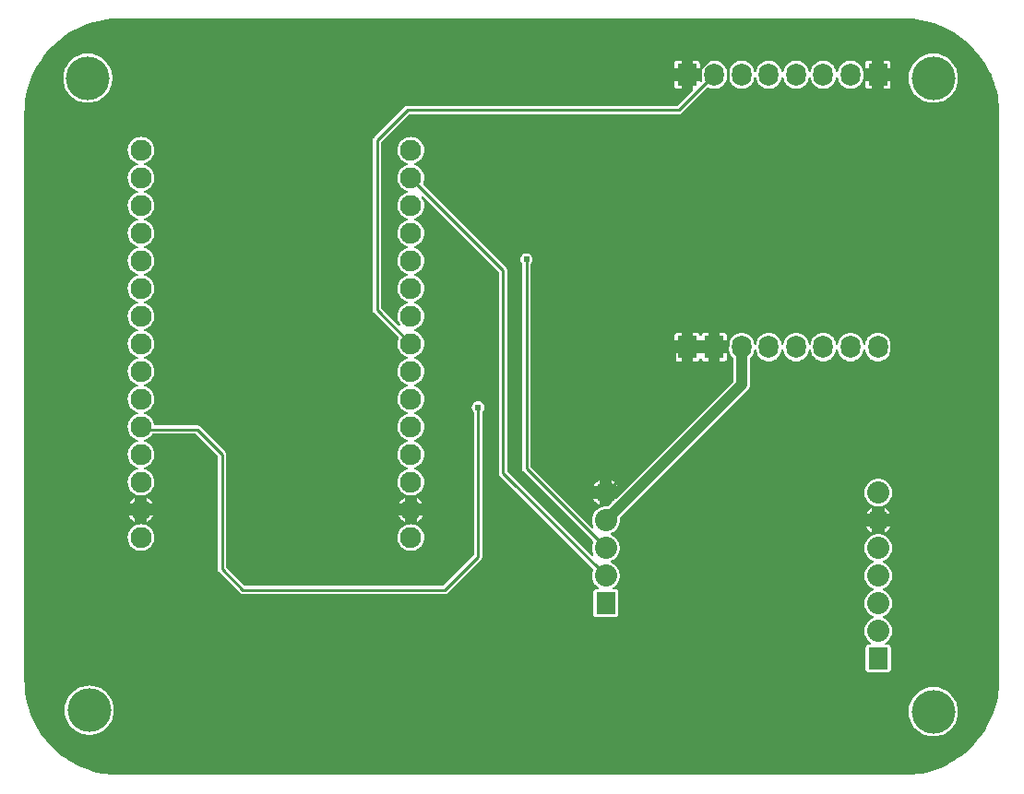
<source format=gbl>
G04 Layer: BottomLayer*
G04 EasyEDA v6.5.47, 2024-09-23 10:33:38*
G04 d3944284b6e04abc8746af3109f317fc,455023a0ac88494abd61f565c8365122,10*
G04 Gerber Generator version 0.2*
G04 Scale: 100 percent, Rotated: No, Reflected: No *
G04 Dimensions in millimeters *
G04 leading zeros omitted , absolute positions ,4 integer and 5 decimal *
%FSLAX45Y45*%
%MOMM*%

%ADD10C,0.2540*%
%ADD11C,1.0000*%
%ADD12C,1.9304*%
%ADD13R,1.8000X2.1000*%
%ADD14O,1.7999964X2.0999958*%
%ADD15C,2.0320*%
%ADD16R,1.7780X2.0320*%
%ADD17C,4.0000*%
%ADD18C,0.6100*%
%ADD19C,0.6200*%
%ADD20C,0.0165*%

%LPD*%
G36*
X8799576Y3925874D02*
G01*
X1600149Y3925925D01*
X1559407Y3926840D01*
X1519123Y3929684D01*
X1478991Y3934307D01*
X1439164Y3940860D01*
X1399641Y3949192D01*
X1360576Y3959351D01*
X1322019Y3971290D01*
X1284020Y3985006D01*
X1246733Y4000500D01*
X1210157Y4017670D01*
X1174445Y4036466D01*
X1139647Y4056938D01*
X1105814Y4078986D01*
X1073048Y4102608D01*
X1041400Y4127703D01*
X1010970Y4154220D01*
X981760Y4182110D01*
X953871Y4211320D01*
X927404Y4241749D01*
X902309Y4273448D01*
X878738Y4306214D01*
X856742Y4340047D01*
X836269Y4374845D01*
X817473Y4410608D01*
X800303Y4447133D01*
X784860Y4484471D01*
X771144Y4522419D01*
X759206Y4561027D01*
X749096Y4600092D01*
X740765Y4639614D01*
X734263Y4679442D01*
X729640Y4719574D01*
X726846Y4759858D01*
X725932Y4800396D01*
X725932Y9999573D01*
X726846Y10040569D01*
X729691Y10080853D01*
X734314Y10120985D01*
X740867Y10160812D01*
X749198Y10200335D01*
X759358Y10239400D01*
X771296Y10277957D01*
X785012Y10315956D01*
X800506Y10353243D01*
X817676Y10389819D01*
X836472Y10425531D01*
X856945Y10460329D01*
X878992Y10494162D01*
X902614Y10526928D01*
X927709Y10558576D01*
X954227Y10589006D01*
X982116Y10618216D01*
X1011326Y10646105D01*
X1041755Y10672572D01*
X1073454Y10697667D01*
X1106220Y10721238D01*
X1140053Y10743234D01*
X1174851Y10763707D01*
X1210614Y10782503D01*
X1247140Y10799673D01*
X1284478Y10815116D01*
X1322425Y10828832D01*
X1361033Y10840770D01*
X1400098Y10850880D01*
X1439621Y10859211D01*
X1479448Y10865713D01*
X1519580Y10870336D01*
X1559864Y10873130D01*
X1600403Y10874044D01*
X8799576Y10874044D01*
X8840571Y10873130D01*
X8880856Y10870285D01*
X8920988Y10865662D01*
X8960815Y10859109D01*
X9000337Y10850778D01*
X9039402Y10840618D01*
X9077960Y10828680D01*
X9115958Y10814964D01*
X9153245Y10799470D01*
X9189821Y10782300D01*
X9225534Y10763504D01*
X9260332Y10743031D01*
X9294164Y10720984D01*
X9326930Y10697362D01*
X9358579Y10672267D01*
X9389008Y10645749D01*
X9418218Y10617860D01*
X9446107Y10588650D01*
X9472574Y10558221D01*
X9497669Y10526522D01*
X9521240Y10493756D01*
X9543237Y10459923D01*
X9563709Y10425125D01*
X9582505Y10389362D01*
X9599676Y10352836D01*
X9615119Y10315498D01*
X9628835Y10277551D01*
X9640773Y10238943D01*
X9650882Y10199878D01*
X9659213Y10160355D01*
X9665716Y10120528D01*
X9670338Y10080396D01*
X9673132Y10040112D01*
X9674098Y9999573D01*
X9674098Y4800396D01*
X9673132Y4759401D01*
X9670288Y4719116D01*
X9665665Y4678984D01*
X9659112Y4639157D01*
X9650780Y4599635D01*
X9640620Y4560570D01*
X9628682Y4522012D01*
X9614966Y4484014D01*
X9599472Y4446727D01*
X9582302Y4410151D01*
X9563506Y4374438D01*
X9543034Y4339640D01*
X9520986Y4305808D01*
X9497364Y4273042D01*
X9472269Y4241393D01*
X9445752Y4210964D01*
X9417862Y4181754D01*
X9388652Y4153865D01*
X9358223Y4127398D01*
X9326524Y4102303D01*
X9293758Y4078732D01*
X9259925Y4056735D01*
X9225127Y4036263D01*
X9189364Y4017467D01*
X9152839Y4000296D01*
X9115501Y3984853D01*
X9077553Y3971137D01*
X9038945Y3959199D01*
X8999880Y3949090D01*
X8960358Y3940759D01*
X8920530Y3934256D01*
X8880398Y3929634D01*
X8840114Y3926840D01*
G37*

%LPC*%
G36*
X9067800Y4282592D02*
G01*
X9088628Y4283557D01*
X9109303Y4286453D01*
X9129623Y4291228D01*
X9149384Y4297832D01*
X9168485Y4306265D01*
X9186722Y4316425D01*
X9203944Y4328210D01*
X9219996Y4341571D01*
X9234728Y4356303D01*
X9248089Y4372356D01*
X9259874Y4389577D01*
X9270034Y4407814D01*
X9278467Y4426915D01*
X9285071Y4446676D01*
X9289846Y4466996D01*
X9292742Y4487672D01*
X9293707Y4508500D01*
X9292742Y4529328D01*
X9289846Y4550003D01*
X9285071Y4570323D01*
X9278467Y4590084D01*
X9270034Y4609185D01*
X9259874Y4627422D01*
X9248089Y4644644D01*
X9234728Y4660696D01*
X9219996Y4675428D01*
X9203944Y4688789D01*
X9186722Y4700574D01*
X9168485Y4710734D01*
X9149384Y4719167D01*
X9129623Y4725771D01*
X9109303Y4730546D01*
X9088628Y4733442D01*
X9067800Y4734407D01*
X9046972Y4733442D01*
X9026296Y4730546D01*
X9005976Y4725771D01*
X8986215Y4719167D01*
X8967114Y4710734D01*
X8948877Y4700574D01*
X8931656Y4688789D01*
X8915603Y4675428D01*
X8900871Y4660696D01*
X8887510Y4644644D01*
X8875725Y4627422D01*
X8865565Y4609185D01*
X8857132Y4590084D01*
X8850528Y4570323D01*
X8845753Y4550003D01*
X8842857Y4529328D01*
X8841892Y4508500D01*
X8842857Y4487672D01*
X8845753Y4466996D01*
X8850528Y4446676D01*
X8857132Y4426915D01*
X8865565Y4407814D01*
X8875725Y4389577D01*
X8887510Y4372356D01*
X8900871Y4356303D01*
X8915603Y4341571D01*
X8931656Y4328210D01*
X8948877Y4316425D01*
X8967114Y4306265D01*
X8986215Y4297832D01*
X9005976Y4291228D01*
X9026296Y4286453D01*
X9046972Y4283557D01*
G37*
G36*
X1320800Y4295292D02*
G01*
X1341628Y4296257D01*
X1362303Y4299153D01*
X1382623Y4303928D01*
X1402384Y4310532D01*
X1421485Y4318965D01*
X1439722Y4329125D01*
X1456944Y4340910D01*
X1472996Y4354271D01*
X1487728Y4369003D01*
X1501089Y4385056D01*
X1512874Y4402277D01*
X1523034Y4420514D01*
X1531467Y4439615D01*
X1538071Y4459376D01*
X1542846Y4479696D01*
X1545742Y4500372D01*
X1546707Y4521200D01*
X1545742Y4542028D01*
X1542846Y4562703D01*
X1538071Y4583023D01*
X1531467Y4602784D01*
X1523034Y4621885D01*
X1512874Y4640122D01*
X1501089Y4657344D01*
X1487728Y4673396D01*
X1472996Y4688128D01*
X1456944Y4701489D01*
X1439722Y4713274D01*
X1421485Y4723434D01*
X1402384Y4731867D01*
X1382623Y4738471D01*
X1362303Y4743246D01*
X1341628Y4746142D01*
X1320800Y4747107D01*
X1299972Y4746142D01*
X1279296Y4743246D01*
X1258976Y4738471D01*
X1239215Y4731867D01*
X1220114Y4723434D01*
X1201877Y4713274D01*
X1184656Y4701489D01*
X1168603Y4688128D01*
X1153871Y4673396D01*
X1140510Y4657344D01*
X1128725Y4640122D01*
X1118565Y4621885D01*
X1110132Y4602784D01*
X1103528Y4583023D01*
X1098753Y4562703D01*
X1095857Y4542028D01*
X1094892Y4521200D01*
X1095857Y4500372D01*
X1098753Y4479696D01*
X1103528Y4459376D01*
X1110132Y4439615D01*
X1118565Y4420514D01*
X1128725Y4402277D01*
X1140510Y4385056D01*
X1153871Y4369003D01*
X1168603Y4354271D01*
X1184656Y4340910D01*
X1201877Y4329125D01*
X1220114Y4318965D01*
X1239215Y4310532D01*
X1258976Y4303928D01*
X1279296Y4299153D01*
X1299972Y4296257D01*
G37*
G36*
X8473897Y4868265D02*
G01*
X8650528Y4868265D01*
X8656878Y4869027D01*
X8662314Y4870907D01*
X8667242Y4874006D01*
X8671306Y4878070D01*
X8674404Y4882997D01*
X8676284Y4888433D01*
X8677046Y4894783D01*
X8677046Y5096814D01*
X8676284Y5103164D01*
X8674404Y5108600D01*
X8671306Y5113528D01*
X8667242Y5117592D01*
X8662314Y5120690D01*
X8656878Y5122570D01*
X8650528Y5123281D01*
X8635492Y5123281D01*
X8631224Y5124246D01*
X8627719Y5126888D01*
X8625687Y5130749D01*
X8625433Y5135118D01*
X8627059Y5139131D01*
X8630208Y5142179D01*
X8634526Y5144770D01*
X8646617Y5154269D01*
X8657488Y5165140D01*
X8666988Y5177231D01*
X8674963Y5190439D01*
X8681313Y5204460D01*
X8685885Y5219141D01*
X8688628Y5234279D01*
X8689594Y5249672D01*
X8688628Y5265064D01*
X8685885Y5280202D01*
X8681313Y5294884D01*
X8674963Y5308904D01*
X8666988Y5322112D01*
X8657488Y5334203D01*
X8646617Y5345074D01*
X8634526Y5354574D01*
X8621318Y5362549D01*
X8610549Y5367426D01*
X8607399Y5369610D01*
X8605316Y5372862D01*
X8604554Y5376672D01*
X8605316Y5380482D01*
X8607399Y5383733D01*
X8610549Y5385917D01*
X8621318Y5390794D01*
X8634526Y5398770D01*
X8646617Y5408269D01*
X8657488Y5419140D01*
X8666988Y5431231D01*
X8674963Y5444439D01*
X8681313Y5458460D01*
X8685885Y5473141D01*
X8688628Y5488279D01*
X8689594Y5503672D01*
X8688628Y5519064D01*
X8685885Y5534202D01*
X8681313Y5548884D01*
X8674963Y5562904D01*
X8666988Y5576112D01*
X8657488Y5588203D01*
X8646617Y5599074D01*
X8634526Y5608574D01*
X8621318Y5616549D01*
X8610549Y5621426D01*
X8607399Y5623610D01*
X8605316Y5626862D01*
X8604554Y5630672D01*
X8605316Y5634482D01*
X8607399Y5637733D01*
X8610549Y5639917D01*
X8621318Y5644794D01*
X8634526Y5652770D01*
X8646617Y5662269D01*
X8657488Y5673140D01*
X8666988Y5685231D01*
X8674963Y5698439D01*
X8681313Y5712460D01*
X8685885Y5727141D01*
X8688628Y5742279D01*
X8689594Y5757672D01*
X8688628Y5773064D01*
X8685885Y5788202D01*
X8681313Y5802884D01*
X8674963Y5816904D01*
X8666988Y5830112D01*
X8657488Y5842203D01*
X8646617Y5853074D01*
X8634526Y5862574D01*
X8621318Y5870549D01*
X8610549Y5875426D01*
X8607399Y5877610D01*
X8605316Y5880862D01*
X8604554Y5884672D01*
X8605316Y5888482D01*
X8607399Y5891733D01*
X8610549Y5893917D01*
X8621318Y5898794D01*
X8634526Y5906770D01*
X8646617Y5916269D01*
X8657488Y5927140D01*
X8666988Y5939231D01*
X8674963Y5952439D01*
X8681313Y5966460D01*
X8685885Y5981141D01*
X8688628Y5996279D01*
X8689594Y6011672D01*
X8688628Y6027064D01*
X8685885Y6042202D01*
X8681313Y6056884D01*
X8674963Y6070904D01*
X8666988Y6084112D01*
X8657488Y6096203D01*
X8646617Y6107074D01*
X8634526Y6116574D01*
X8621318Y6124549D01*
X8610549Y6129426D01*
X8608314Y6131001D01*
X8606078Y6131255D01*
X8592616Y6135471D01*
X8577478Y6138214D01*
X8562086Y6139180D01*
X8546693Y6138214D01*
X8531555Y6135471D01*
X8518144Y6131255D01*
X8515858Y6131001D01*
X8513622Y6129426D01*
X8502853Y6124549D01*
X8489645Y6116574D01*
X8477554Y6107074D01*
X8466683Y6096203D01*
X8457184Y6084112D01*
X8449208Y6070904D01*
X8442858Y6056884D01*
X8438286Y6042202D01*
X8435543Y6027064D01*
X8434578Y6011672D01*
X8435543Y5996279D01*
X8438286Y5981141D01*
X8442858Y5966460D01*
X8449208Y5952439D01*
X8457184Y5939231D01*
X8466683Y5927140D01*
X8477554Y5916269D01*
X8489645Y5906770D01*
X8502853Y5898794D01*
X8513622Y5893917D01*
X8516772Y5891733D01*
X8518855Y5888482D01*
X8519617Y5884672D01*
X8518855Y5880862D01*
X8516772Y5877610D01*
X8513622Y5875426D01*
X8502853Y5870549D01*
X8489645Y5862574D01*
X8477554Y5853074D01*
X8466683Y5842203D01*
X8457184Y5830112D01*
X8449208Y5816904D01*
X8442858Y5802884D01*
X8438286Y5788202D01*
X8435543Y5773064D01*
X8434578Y5757672D01*
X8435543Y5742279D01*
X8438286Y5727141D01*
X8442858Y5712460D01*
X8449208Y5698439D01*
X8457184Y5685231D01*
X8466683Y5673140D01*
X8477554Y5662269D01*
X8489645Y5652770D01*
X8502853Y5644794D01*
X8513622Y5639917D01*
X8516772Y5637733D01*
X8518855Y5634482D01*
X8519617Y5630672D01*
X8518855Y5626862D01*
X8516772Y5623610D01*
X8513622Y5621426D01*
X8502853Y5616549D01*
X8489645Y5608574D01*
X8477554Y5599074D01*
X8466683Y5588203D01*
X8457184Y5576112D01*
X8449208Y5562904D01*
X8442858Y5548884D01*
X8438286Y5534202D01*
X8435543Y5519064D01*
X8434578Y5503672D01*
X8435543Y5488279D01*
X8438286Y5473141D01*
X8442858Y5458460D01*
X8449208Y5444439D01*
X8457184Y5431231D01*
X8466683Y5419140D01*
X8477554Y5408269D01*
X8489645Y5398770D01*
X8502853Y5390794D01*
X8513622Y5385917D01*
X8516772Y5383733D01*
X8518855Y5380482D01*
X8519617Y5376672D01*
X8518855Y5372862D01*
X8516772Y5369610D01*
X8513622Y5367426D01*
X8502853Y5362549D01*
X8489645Y5354574D01*
X8477554Y5345074D01*
X8466683Y5334203D01*
X8457184Y5322112D01*
X8449208Y5308904D01*
X8442858Y5294884D01*
X8438286Y5280202D01*
X8435543Y5265064D01*
X8434578Y5249672D01*
X8435543Y5234279D01*
X8438286Y5219141D01*
X8442858Y5204460D01*
X8449208Y5190439D01*
X8457184Y5177231D01*
X8466683Y5165140D01*
X8477554Y5154269D01*
X8489645Y5144770D01*
X8493963Y5142179D01*
X8497112Y5139131D01*
X8498738Y5135118D01*
X8498484Y5130749D01*
X8496452Y5126888D01*
X8492947Y5124246D01*
X8488680Y5123281D01*
X8473897Y5123281D01*
X8467547Y5122570D01*
X8462111Y5120690D01*
X8457184Y5117592D01*
X8453120Y5113528D01*
X8450021Y5108600D01*
X8448141Y5103164D01*
X8447430Y5096814D01*
X8447430Y4894783D01*
X8448141Y4888433D01*
X8450021Y4882997D01*
X8453120Y4878070D01*
X8457184Y4874006D01*
X8462111Y4870907D01*
X8467547Y4869027D01*
G37*
G36*
X5973876Y5376265D02*
G01*
X6150559Y5376265D01*
X6156858Y5377027D01*
X6162344Y5378907D01*
X6167221Y5382006D01*
X6171336Y5386070D01*
X6174384Y5390997D01*
X6176314Y5396433D01*
X6177026Y5402783D01*
X6177026Y5604814D01*
X6176314Y5611164D01*
X6174384Y5616600D01*
X6171336Y5621528D01*
X6167221Y5625592D01*
X6162344Y5628690D01*
X6156858Y5630570D01*
X6150559Y5631281D01*
X6135624Y5631281D01*
X6131356Y5632246D01*
X6127851Y5634888D01*
X6125819Y5638749D01*
X6125565Y5643118D01*
X6127191Y5647131D01*
X6130340Y5650179D01*
X6134658Y5652770D01*
X6146749Y5662269D01*
X6157620Y5673140D01*
X6167120Y5685231D01*
X6175095Y5698439D01*
X6181445Y5712460D01*
X6186017Y5727141D01*
X6188760Y5742279D01*
X6189726Y5757672D01*
X6188760Y5773064D01*
X6186017Y5788202D01*
X6181445Y5802884D01*
X6175095Y5816904D01*
X6167120Y5830112D01*
X6157620Y5842203D01*
X6146749Y5853074D01*
X6134658Y5862574D01*
X6121450Y5870549D01*
X6110681Y5875426D01*
X6107531Y5877610D01*
X6105448Y5880862D01*
X6104686Y5884672D01*
X6105448Y5888482D01*
X6107531Y5891733D01*
X6110681Y5893917D01*
X6121450Y5898794D01*
X6134658Y5906770D01*
X6146749Y5916269D01*
X6157620Y5927140D01*
X6167120Y5939231D01*
X6175095Y5952439D01*
X6181445Y5966460D01*
X6186017Y5981141D01*
X6188760Y5996279D01*
X6189726Y6011672D01*
X6188760Y6027064D01*
X6186017Y6042202D01*
X6181445Y6056884D01*
X6175095Y6070904D01*
X6167120Y6084112D01*
X6157620Y6096203D01*
X6146749Y6107074D01*
X6134658Y6116574D01*
X6121450Y6124549D01*
X6110681Y6129426D01*
X6107531Y6131610D01*
X6105448Y6134862D01*
X6104686Y6138672D01*
X6105448Y6142482D01*
X6107531Y6145733D01*
X6110681Y6147917D01*
X6121450Y6152794D01*
X6134658Y6160770D01*
X6146749Y6170269D01*
X6157620Y6181140D01*
X6167120Y6193231D01*
X6175095Y6206439D01*
X6181445Y6220460D01*
X6186017Y6235141D01*
X6188760Y6250279D01*
X6189726Y6265672D01*
X6188811Y6280099D01*
X6189472Y6284315D01*
X6191808Y6287871D01*
X7364018Y7460183D01*
X7371080Y7469022D01*
X7375702Y7476642D01*
X7376820Y7478826D01*
X7380224Y7487056D01*
X7380986Y7489393D01*
X7383119Y7498029D01*
X7383525Y7500467D01*
X7384338Y7509306D01*
X7384389Y7749133D01*
X7385253Y7753146D01*
X7387590Y7756550D01*
X7392974Y7761579D01*
X7402271Y7772806D01*
X7410043Y7785049D01*
X7416241Y7798257D01*
X7420762Y7812074D01*
X7423505Y7826603D01*
X7425029Y7830312D01*
X7427823Y7833156D01*
X7431481Y7834680D01*
X7435494Y7834680D01*
X7439152Y7833156D01*
X7441996Y7830312D01*
X7443470Y7826603D01*
X7446264Y7812074D01*
X7450734Y7798257D01*
X7456931Y7785049D01*
X7464755Y7772806D01*
X7474000Y7761579D01*
X7484618Y7751622D01*
X7496403Y7743037D01*
X7509154Y7736027D01*
X7522667Y7730693D01*
X7536789Y7727086D01*
X7551216Y7725257D01*
X7565796Y7725257D01*
X7580223Y7727086D01*
X7594295Y7730693D01*
X7607858Y7736027D01*
X7620609Y7743037D01*
X7632344Y7751622D01*
X7642961Y7761579D01*
X7652258Y7772806D01*
X7660030Y7785049D01*
X7666228Y7798257D01*
X7670749Y7812074D01*
X7673543Y7826603D01*
X7675016Y7830312D01*
X7677810Y7833156D01*
X7681518Y7834680D01*
X7685481Y7834680D01*
X7689189Y7833156D01*
X7691983Y7830312D01*
X7693456Y7826603D01*
X7696250Y7812074D01*
X7700772Y7798257D01*
X7706969Y7785049D01*
X7714742Y7772806D01*
X7724038Y7761579D01*
X7734604Y7751622D01*
X7746390Y7743037D01*
X7759141Y7736027D01*
X7772704Y7730693D01*
X7786776Y7727086D01*
X7801203Y7725257D01*
X7815783Y7725257D01*
X7830210Y7727086D01*
X7844332Y7730693D01*
X7857845Y7736027D01*
X7870596Y7743037D01*
X7882381Y7751622D01*
X7892999Y7761579D01*
X7902244Y7772806D01*
X7910068Y7785049D01*
X7916265Y7798257D01*
X7920736Y7812074D01*
X7923530Y7826603D01*
X7925003Y7830312D01*
X7927848Y7833156D01*
X7931505Y7834680D01*
X7935468Y7834680D01*
X7939176Y7833156D01*
X7941970Y7830312D01*
X7943494Y7826603D01*
X7946237Y7812074D01*
X7950758Y7798257D01*
X7956956Y7785049D01*
X7964728Y7772806D01*
X7974025Y7761579D01*
X7984642Y7751622D01*
X7996377Y7743037D01*
X8009178Y7736027D01*
X8022691Y7730693D01*
X8036763Y7727086D01*
X8051241Y7725257D01*
X8065770Y7725257D01*
X8080197Y7727086D01*
X8094319Y7730693D01*
X8107832Y7736027D01*
X8120583Y7743037D01*
X8132368Y7751622D01*
X8142986Y7761579D01*
X8152231Y7772806D01*
X8160054Y7785049D01*
X8166252Y7798257D01*
X8170722Y7812074D01*
X8173516Y7826603D01*
X8175040Y7830312D01*
X8177834Y7833156D01*
X8181492Y7834680D01*
X8185505Y7834680D01*
X8189163Y7833156D01*
X8191957Y7830312D01*
X8193481Y7826603D01*
X8196275Y7812074D01*
X8200745Y7798257D01*
X8206943Y7785049D01*
X8214766Y7772806D01*
X8224012Y7761579D01*
X8234629Y7751622D01*
X8246414Y7743037D01*
X8259165Y7736027D01*
X8272678Y7730693D01*
X8286800Y7727086D01*
X8301228Y7725257D01*
X8315756Y7725257D01*
X8330234Y7727086D01*
X8344306Y7730693D01*
X8357819Y7736027D01*
X8370570Y7743037D01*
X8382355Y7751622D01*
X8392972Y7761579D01*
X8402269Y7772806D01*
X8410041Y7785049D01*
X8416239Y7798257D01*
X8420760Y7812074D01*
X8423503Y7826603D01*
X8425027Y7830312D01*
X8427821Y7833156D01*
X8431479Y7834680D01*
X8435492Y7834680D01*
X8439150Y7833156D01*
X8441994Y7830312D01*
X8443468Y7826603D01*
X8446262Y7812074D01*
X8450732Y7798257D01*
X8456930Y7785049D01*
X8464753Y7772806D01*
X8473998Y7761579D01*
X8484616Y7751622D01*
X8496401Y7743037D01*
X8509152Y7736027D01*
X8522665Y7730693D01*
X8536787Y7727086D01*
X8551214Y7725257D01*
X8565794Y7725257D01*
X8580221Y7727086D01*
X8594293Y7730693D01*
X8607856Y7736027D01*
X8620607Y7743037D01*
X8632342Y7751622D01*
X8642959Y7761579D01*
X8652256Y7772806D01*
X8660028Y7785049D01*
X8666226Y7798257D01*
X8670747Y7812074D01*
X8673490Y7826400D01*
X8674404Y7841234D01*
X8674404Y7870596D01*
X8673490Y7885430D01*
X8670747Y7899704D01*
X8666226Y7913573D01*
X8660028Y7926730D01*
X8652256Y7939024D01*
X8642959Y7950250D01*
X8632342Y7960207D01*
X8620607Y7968742D01*
X8607856Y7975752D01*
X8594293Y7981137D01*
X8580221Y7984744D01*
X8565794Y7986572D01*
X8551214Y7986572D01*
X8536787Y7984744D01*
X8522665Y7981137D01*
X8509152Y7975752D01*
X8496401Y7968742D01*
X8484616Y7960207D01*
X8473998Y7950250D01*
X8464753Y7939024D01*
X8456930Y7926730D01*
X8450732Y7913573D01*
X8446262Y7899704D01*
X8443468Y7885175D01*
X8441994Y7881518D01*
X8439150Y7878673D01*
X8435492Y7877149D01*
X8431479Y7877149D01*
X8427821Y7878673D01*
X8425027Y7881518D01*
X8423503Y7885175D01*
X8420760Y7899704D01*
X8416239Y7913573D01*
X8410041Y7926730D01*
X8402269Y7939024D01*
X8392972Y7950250D01*
X8382355Y7960207D01*
X8370570Y7968742D01*
X8357819Y7975752D01*
X8344306Y7981137D01*
X8330234Y7984744D01*
X8315756Y7986572D01*
X8301228Y7986572D01*
X8286800Y7984744D01*
X8272678Y7981137D01*
X8259165Y7975752D01*
X8246414Y7968742D01*
X8234629Y7960207D01*
X8224012Y7950250D01*
X8214766Y7939024D01*
X8206943Y7926730D01*
X8200745Y7913573D01*
X8196275Y7899704D01*
X8193481Y7885175D01*
X8191957Y7881518D01*
X8189163Y7878673D01*
X8185505Y7877149D01*
X8181492Y7877149D01*
X8177834Y7878673D01*
X8175040Y7881518D01*
X8173516Y7885175D01*
X8170722Y7899704D01*
X8166252Y7913573D01*
X8160054Y7926730D01*
X8152231Y7939024D01*
X8142986Y7950250D01*
X8132368Y7960207D01*
X8120583Y7968742D01*
X8107832Y7975752D01*
X8094319Y7981137D01*
X8080197Y7984744D01*
X8065770Y7986572D01*
X8051241Y7986572D01*
X8036763Y7984744D01*
X8022691Y7981137D01*
X8009178Y7975752D01*
X7996377Y7968742D01*
X7984642Y7960207D01*
X7974025Y7950250D01*
X7964728Y7939024D01*
X7956956Y7926730D01*
X7950758Y7913573D01*
X7946237Y7899704D01*
X7943494Y7885175D01*
X7941970Y7881518D01*
X7939176Y7878673D01*
X7935468Y7877149D01*
X7931505Y7877149D01*
X7927848Y7878673D01*
X7925003Y7881518D01*
X7923530Y7885175D01*
X7920736Y7899704D01*
X7916265Y7913573D01*
X7910068Y7926730D01*
X7902244Y7939024D01*
X7892999Y7950250D01*
X7882381Y7960207D01*
X7870596Y7968742D01*
X7857845Y7975752D01*
X7844332Y7981137D01*
X7830210Y7984744D01*
X7815783Y7986572D01*
X7801203Y7986572D01*
X7786776Y7984744D01*
X7772704Y7981137D01*
X7759141Y7975752D01*
X7746390Y7968742D01*
X7734604Y7960207D01*
X7724038Y7950250D01*
X7714742Y7939024D01*
X7706969Y7926730D01*
X7700772Y7913573D01*
X7696250Y7899704D01*
X7693456Y7885175D01*
X7691983Y7881518D01*
X7689189Y7878673D01*
X7685481Y7877149D01*
X7681518Y7877149D01*
X7677810Y7878673D01*
X7675016Y7881518D01*
X7673543Y7885175D01*
X7670749Y7899704D01*
X7666228Y7913573D01*
X7660030Y7926730D01*
X7652258Y7939024D01*
X7642961Y7950250D01*
X7632344Y7960207D01*
X7620609Y7968742D01*
X7607858Y7975752D01*
X7594295Y7981137D01*
X7580223Y7984744D01*
X7565796Y7986572D01*
X7551216Y7986572D01*
X7536789Y7984744D01*
X7522667Y7981137D01*
X7509154Y7975752D01*
X7496403Y7968742D01*
X7484618Y7960207D01*
X7474000Y7950250D01*
X7464755Y7939024D01*
X7456931Y7926730D01*
X7450734Y7913573D01*
X7446264Y7899704D01*
X7443470Y7885175D01*
X7441996Y7881518D01*
X7439152Y7878673D01*
X7435494Y7877149D01*
X7431481Y7877149D01*
X7427823Y7878673D01*
X7425029Y7881518D01*
X7423505Y7885175D01*
X7420762Y7899704D01*
X7416241Y7913573D01*
X7410043Y7926730D01*
X7402271Y7939024D01*
X7392974Y7950250D01*
X7382357Y7960207D01*
X7370572Y7968742D01*
X7357821Y7975752D01*
X7344308Y7981137D01*
X7330236Y7984744D01*
X7315758Y7986572D01*
X7301230Y7986572D01*
X7286802Y7984744D01*
X7272680Y7981137D01*
X7259167Y7975752D01*
X7246416Y7968742D01*
X7234631Y7960207D01*
X7224014Y7950250D01*
X7214768Y7939024D01*
X7206945Y7926730D01*
X7200747Y7913573D01*
X7196277Y7899704D01*
X7193534Y7885430D01*
X7192568Y7870596D01*
X7192568Y7841234D01*
X7193534Y7826400D01*
X7196277Y7812074D01*
X7200747Y7798257D01*
X7206945Y7785049D01*
X7214768Y7772806D01*
X7224014Y7761579D01*
X7229398Y7756550D01*
X7231735Y7753146D01*
X7232599Y7749133D01*
X7232599Y7547609D01*
X7231837Y7543698D01*
X7229602Y7540396D01*
X6154674Y6465519D01*
X6151422Y6463284D01*
X6147511Y6462522D01*
X6119368Y6462522D01*
X6119368Y6434378D01*
X6118606Y6430467D01*
X6116370Y6427216D01*
X6084417Y6395262D01*
X6080861Y6392926D01*
X6076645Y6392265D01*
X6062218Y6393180D01*
X6046825Y6392214D01*
X6031687Y6389471D01*
X6018276Y6385255D01*
X6015990Y6385001D01*
X6013754Y6383426D01*
X6002985Y6378549D01*
X5989777Y6370574D01*
X5977686Y6361074D01*
X5966815Y6350203D01*
X5957316Y6338112D01*
X5949340Y6324904D01*
X5942990Y6310884D01*
X5938418Y6296202D01*
X5935675Y6281064D01*
X5934710Y6265672D01*
X5935675Y6250279D01*
X5938418Y6235141D01*
X5942990Y6220460D01*
X5948883Y6207404D01*
X5949797Y6203492D01*
X5949086Y6199530D01*
X5946952Y6196177D01*
X5943650Y6193891D01*
X5939688Y6193078D01*
X5935776Y6193840D01*
X5932424Y6196076D01*
X5375605Y6752894D01*
X5373370Y6756196D01*
X5372608Y6760108D01*
X5372608Y8616391D01*
X5373370Y8620252D01*
X5375605Y8623554D01*
X5377180Y8625179D01*
X5382818Y8633206D01*
X5386984Y8642096D01*
X5389524Y8651595D01*
X5390388Y8661400D01*
X5389524Y8671204D01*
X5386984Y8680704D01*
X5382818Y8689594D01*
X5377180Y8697620D01*
X5370220Y8704580D01*
X5362194Y8710218D01*
X5353304Y8714384D01*
X5343804Y8716924D01*
X5334000Y8717788D01*
X5324195Y8716924D01*
X5314696Y8714384D01*
X5305806Y8710218D01*
X5297779Y8704580D01*
X5290820Y8697620D01*
X5285181Y8689594D01*
X5281015Y8680704D01*
X5278475Y8671204D01*
X5277612Y8661400D01*
X5278475Y8651595D01*
X5281015Y8642096D01*
X5285181Y8633206D01*
X5290820Y8625179D01*
X5292394Y8623554D01*
X5294630Y8620252D01*
X5295392Y8616391D01*
X5295392Y6740398D01*
X5296204Y6732371D01*
X5298389Y6725158D01*
X5301945Y6718452D01*
X5307076Y6712254D01*
X5944057Y6075222D01*
X5946292Y6071819D01*
X5947054Y6067806D01*
X5946140Y6063843D01*
X5942990Y6056884D01*
X5938418Y6042202D01*
X5935675Y6027064D01*
X5934710Y6011672D01*
X5935675Y5996279D01*
X5938418Y5981141D01*
X5942990Y5966460D01*
X5948883Y5953404D01*
X5949797Y5949492D01*
X5949086Y5945530D01*
X5946952Y5942177D01*
X5943650Y5939891D01*
X5939739Y5939078D01*
X5935776Y5939840D01*
X5932424Y5942025D01*
X5159705Y6714794D01*
X5157470Y6718096D01*
X5156708Y6722008D01*
X5156708Y8563610D01*
X5155895Y8571636D01*
X5153710Y8578850D01*
X5150154Y8585555D01*
X5145024Y8591753D01*
X4387545Y9349282D01*
X4385259Y9352788D01*
X4384548Y9356953D01*
X4385818Y9361373D01*
X4390796Y9375597D01*
X4394047Y9390329D01*
X4395419Y9405315D01*
X4394962Y9420402D01*
X4392676Y9435287D01*
X4388510Y9449765D01*
X4382668Y9463633D01*
X4375099Y9476689D01*
X4366056Y9488728D01*
X4355541Y9499549D01*
X4343806Y9508998D01*
X4331004Y9516922D01*
X4317288Y9523222D01*
X4307433Y9526371D01*
X4303674Y9528556D01*
X4301185Y9532061D01*
X4300372Y9536379D01*
X4301439Y9540595D01*
X4304131Y9543948D01*
X4308043Y9545878D01*
X4310176Y9546437D01*
X4324248Y9551873D01*
X4337507Y9559036D01*
X4349800Y9567722D01*
X4360976Y9577882D01*
X4370781Y9589312D01*
X4379112Y9601860D01*
X4385818Y9615373D01*
X4390796Y9629597D01*
X4394047Y9644329D01*
X4395419Y9659315D01*
X4394962Y9674402D01*
X4392676Y9689287D01*
X4388510Y9703765D01*
X4382668Y9717633D01*
X4375099Y9730689D01*
X4366056Y9742728D01*
X4355541Y9753549D01*
X4343806Y9762998D01*
X4331004Y9770922D01*
X4317288Y9777222D01*
X4302912Y9781794D01*
X4288129Y9784588D01*
X4273092Y9785502D01*
X4258056Y9784588D01*
X4243222Y9781794D01*
X4228846Y9777222D01*
X4215180Y9770922D01*
X4202379Y9762998D01*
X4190593Y9753549D01*
X4180128Y9742728D01*
X4171035Y9730689D01*
X4163517Y9717633D01*
X4157624Y9703765D01*
X4153509Y9689287D01*
X4151172Y9674402D01*
X4150715Y9659315D01*
X4152137Y9644329D01*
X4155338Y9629597D01*
X4160367Y9615373D01*
X4167073Y9601860D01*
X4175404Y9589312D01*
X4185208Y9577882D01*
X4196334Y9567722D01*
X4208627Y9559036D01*
X4221937Y9551873D01*
X4235958Y9546437D01*
X4238091Y9545878D01*
X4242003Y9543948D01*
X4244746Y9540595D01*
X4245813Y9536379D01*
X4245000Y9532061D01*
X4242460Y9528556D01*
X4238701Y9526371D01*
X4228846Y9523222D01*
X4215180Y9516922D01*
X4202379Y9508998D01*
X4190593Y9499549D01*
X4180128Y9488728D01*
X4171035Y9476689D01*
X4163517Y9463633D01*
X4157624Y9449765D01*
X4153509Y9435287D01*
X4151172Y9420402D01*
X4150715Y9405315D01*
X4152137Y9390329D01*
X4155338Y9375597D01*
X4160367Y9361373D01*
X4167073Y9347860D01*
X4175404Y9335312D01*
X4185208Y9323882D01*
X4196334Y9313722D01*
X4208627Y9305036D01*
X4221937Y9297873D01*
X4235958Y9292437D01*
X4238091Y9291878D01*
X4242003Y9289948D01*
X4244746Y9286595D01*
X4245813Y9282379D01*
X4245000Y9278061D01*
X4242460Y9274556D01*
X4238701Y9272371D01*
X4228846Y9269222D01*
X4215180Y9262922D01*
X4202379Y9254998D01*
X4190593Y9245549D01*
X4180128Y9234728D01*
X4171035Y9222689D01*
X4163517Y9209633D01*
X4157624Y9195765D01*
X4153509Y9181287D01*
X4151172Y9166402D01*
X4150715Y9151315D01*
X4152137Y9136329D01*
X4155338Y9121597D01*
X4160367Y9107373D01*
X4167073Y9093860D01*
X4175404Y9081312D01*
X4185208Y9069882D01*
X4196334Y9059722D01*
X4208627Y9051036D01*
X4221937Y9043873D01*
X4235958Y9038437D01*
X4238091Y9037878D01*
X4242003Y9035948D01*
X4244746Y9032595D01*
X4245813Y9028379D01*
X4245000Y9024061D01*
X4242460Y9020556D01*
X4238701Y9018371D01*
X4228846Y9015222D01*
X4215180Y9008922D01*
X4202379Y9000998D01*
X4190593Y8991549D01*
X4180128Y8980728D01*
X4171035Y8968689D01*
X4163517Y8955633D01*
X4157624Y8941765D01*
X4153509Y8927287D01*
X4151172Y8912402D01*
X4150715Y8897315D01*
X4152137Y8882329D01*
X4155338Y8867597D01*
X4160367Y8853373D01*
X4167073Y8839860D01*
X4175404Y8827312D01*
X4185208Y8815882D01*
X4196334Y8805722D01*
X4208627Y8797036D01*
X4221937Y8789873D01*
X4235958Y8784437D01*
X4238091Y8783878D01*
X4242003Y8781948D01*
X4244746Y8778595D01*
X4245813Y8774379D01*
X4245000Y8770061D01*
X4242460Y8766556D01*
X4238701Y8764371D01*
X4228846Y8761222D01*
X4215180Y8754922D01*
X4202379Y8746998D01*
X4190593Y8737549D01*
X4180128Y8726728D01*
X4171035Y8714689D01*
X4163517Y8701633D01*
X4157624Y8687765D01*
X4153509Y8673287D01*
X4151172Y8658402D01*
X4150715Y8643315D01*
X4152137Y8628329D01*
X4155338Y8613597D01*
X4160367Y8599373D01*
X4167073Y8585860D01*
X4175404Y8573312D01*
X4185208Y8561882D01*
X4196334Y8551722D01*
X4208627Y8543036D01*
X4221937Y8535873D01*
X4235958Y8530437D01*
X4238091Y8529878D01*
X4242003Y8527948D01*
X4244746Y8524595D01*
X4245813Y8520379D01*
X4245000Y8516061D01*
X4242460Y8512556D01*
X4238701Y8510371D01*
X4228846Y8507222D01*
X4215180Y8500922D01*
X4202379Y8492998D01*
X4190593Y8483549D01*
X4180128Y8472728D01*
X4171035Y8460689D01*
X4163517Y8447633D01*
X4157624Y8433765D01*
X4153509Y8419287D01*
X4151172Y8404402D01*
X4150715Y8389315D01*
X4152137Y8374329D01*
X4155338Y8359597D01*
X4160367Y8345373D01*
X4167073Y8331860D01*
X4175404Y8319312D01*
X4185208Y8307882D01*
X4196334Y8297722D01*
X4208627Y8289036D01*
X4221937Y8281873D01*
X4235958Y8276437D01*
X4238091Y8275878D01*
X4242003Y8273948D01*
X4244746Y8270595D01*
X4245813Y8266379D01*
X4245000Y8262061D01*
X4242460Y8258556D01*
X4238701Y8256371D01*
X4228846Y8253222D01*
X4215180Y8246922D01*
X4202379Y8238998D01*
X4190593Y8229549D01*
X4180128Y8218728D01*
X4171035Y8206689D01*
X4163517Y8193633D01*
X4157624Y8179765D01*
X4153509Y8165287D01*
X4151172Y8150402D01*
X4150715Y8135315D01*
X4152137Y8120329D01*
X4155338Y8105597D01*
X4160367Y8091373D01*
X4167073Y8077860D01*
X4174286Y8066938D01*
X4175861Y8063026D01*
X4175658Y8058759D01*
X4173778Y8055000D01*
X4170476Y8052308D01*
X4166412Y8051190D01*
X4162196Y8051850D01*
X4158640Y8054136D01*
X4004005Y8208822D01*
X4001770Y8212124D01*
X4001008Y8216036D01*
X4001008Y9733381D01*
X4001770Y9737293D01*
X4004005Y9740595D01*
X4254804Y9991394D01*
X4258106Y9993630D01*
X4262018Y9994392D01*
X6735064Y9994392D01*
X6743090Y9995204D01*
X6750303Y9997389D01*
X6757009Y10000945D01*
X6763207Y10006076D01*
X6993483Y10236301D01*
X6997141Y10238638D01*
X7001408Y10239248D01*
X7005574Y10238028D01*
X7009180Y10236047D01*
X7022693Y10230662D01*
X7036765Y10227056D01*
X7051243Y10225227D01*
X7065772Y10225227D01*
X7080199Y10227056D01*
X7094321Y10230662D01*
X7107834Y10236047D01*
X7120585Y10243058D01*
X7132370Y10251592D01*
X7142988Y10261549D01*
X7152233Y10272776D01*
X7160056Y10285069D01*
X7166254Y10298226D01*
X7170724Y10312095D01*
X7173518Y10326624D01*
X7175042Y10330281D01*
X7177836Y10333126D01*
X7181494Y10334650D01*
X7185507Y10334650D01*
X7189165Y10333126D01*
X7191959Y10330281D01*
X7193483Y10326624D01*
X7196277Y10312095D01*
X7200747Y10298226D01*
X7206945Y10285069D01*
X7214768Y10272776D01*
X7224014Y10261549D01*
X7234631Y10251592D01*
X7246416Y10243058D01*
X7259167Y10236047D01*
X7272680Y10230662D01*
X7286802Y10227056D01*
X7301230Y10225227D01*
X7315758Y10225227D01*
X7330236Y10227056D01*
X7344308Y10230662D01*
X7357821Y10236047D01*
X7370572Y10243058D01*
X7382357Y10251592D01*
X7392974Y10261549D01*
X7402271Y10272776D01*
X7410043Y10285069D01*
X7416241Y10298226D01*
X7420762Y10312095D01*
X7423505Y10326624D01*
X7425029Y10330281D01*
X7427823Y10333126D01*
X7431481Y10334650D01*
X7435494Y10334650D01*
X7439152Y10333126D01*
X7441996Y10330281D01*
X7443470Y10326624D01*
X7446264Y10312095D01*
X7450734Y10298226D01*
X7456931Y10285069D01*
X7464755Y10272776D01*
X7474000Y10261549D01*
X7484618Y10251592D01*
X7496403Y10243058D01*
X7509154Y10236047D01*
X7522667Y10230662D01*
X7536789Y10227056D01*
X7551216Y10225227D01*
X7565796Y10225227D01*
X7580223Y10227056D01*
X7594295Y10230662D01*
X7607858Y10236047D01*
X7620609Y10243058D01*
X7632344Y10251592D01*
X7642961Y10261549D01*
X7652258Y10272776D01*
X7660030Y10285069D01*
X7666228Y10298226D01*
X7670749Y10312095D01*
X7673543Y10326624D01*
X7675016Y10330281D01*
X7677810Y10333126D01*
X7681518Y10334650D01*
X7685481Y10334650D01*
X7689189Y10333126D01*
X7691983Y10330281D01*
X7693456Y10326624D01*
X7696250Y10312095D01*
X7700772Y10298226D01*
X7706969Y10285069D01*
X7714742Y10272776D01*
X7724038Y10261549D01*
X7734604Y10251592D01*
X7746390Y10243058D01*
X7759141Y10236047D01*
X7772704Y10230662D01*
X7786776Y10227056D01*
X7801203Y10225227D01*
X7815783Y10225227D01*
X7830210Y10227056D01*
X7844332Y10230662D01*
X7857845Y10236047D01*
X7870596Y10243058D01*
X7882381Y10251592D01*
X7892999Y10261549D01*
X7902244Y10272776D01*
X7910068Y10285069D01*
X7916265Y10298226D01*
X7920736Y10312095D01*
X7923530Y10326624D01*
X7925003Y10330281D01*
X7927848Y10333126D01*
X7931505Y10334650D01*
X7935468Y10334650D01*
X7939176Y10333126D01*
X7941970Y10330281D01*
X7943494Y10326624D01*
X7946237Y10312095D01*
X7950758Y10298226D01*
X7956956Y10285069D01*
X7964728Y10272776D01*
X7974025Y10261549D01*
X7984642Y10251592D01*
X7996377Y10243058D01*
X8009178Y10236047D01*
X8022691Y10230662D01*
X8036763Y10227056D01*
X8051241Y10225227D01*
X8065770Y10225227D01*
X8080197Y10227056D01*
X8094319Y10230662D01*
X8107832Y10236047D01*
X8120583Y10243058D01*
X8132368Y10251592D01*
X8142986Y10261549D01*
X8152231Y10272776D01*
X8160054Y10285069D01*
X8166252Y10298226D01*
X8170722Y10312095D01*
X8173516Y10326624D01*
X8175040Y10330281D01*
X8177834Y10333126D01*
X8181492Y10334650D01*
X8185505Y10334650D01*
X8189163Y10333126D01*
X8191957Y10330281D01*
X8193481Y10326624D01*
X8196275Y10312095D01*
X8200745Y10298226D01*
X8206943Y10285069D01*
X8214766Y10272776D01*
X8224012Y10261549D01*
X8234629Y10251592D01*
X8246414Y10243058D01*
X8259165Y10236047D01*
X8272678Y10230662D01*
X8286800Y10227056D01*
X8301228Y10225227D01*
X8315756Y10225227D01*
X8330234Y10227056D01*
X8344306Y10230662D01*
X8357819Y10236047D01*
X8370570Y10243058D01*
X8382355Y10251592D01*
X8392972Y10261549D01*
X8402269Y10272776D01*
X8410041Y10285069D01*
X8416239Y10298226D01*
X8420760Y10312095D01*
X8423452Y10326370D01*
X8424418Y10341203D01*
X8424418Y10370566D01*
X8423452Y10385399D01*
X8420760Y10399725D01*
X8416239Y10413542D01*
X8410041Y10426750D01*
X8402269Y10438993D01*
X8392972Y10450220D01*
X8382355Y10460177D01*
X8370570Y10468762D01*
X8357819Y10475772D01*
X8344306Y10481106D01*
X8330234Y10484713D01*
X8315756Y10486542D01*
X8301228Y10486542D01*
X8286800Y10484713D01*
X8272678Y10481106D01*
X8259165Y10475772D01*
X8246414Y10468762D01*
X8234629Y10460177D01*
X8224012Y10450220D01*
X8214766Y10438993D01*
X8206943Y10426750D01*
X8200745Y10413542D01*
X8196275Y10399725D01*
X8193481Y10385196D01*
X8191957Y10381488D01*
X8189163Y10378643D01*
X8185505Y10377119D01*
X8181492Y10377119D01*
X8177834Y10378643D01*
X8175040Y10381488D01*
X8173516Y10385196D01*
X8170722Y10399725D01*
X8166252Y10413542D01*
X8160054Y10426750D01*
X8152231Y10438993D01*
X8142986Y10450220D01*
X8132368Y10460177D01*
X8120583Y10468762D01*
X8107832Y10475772D01*
X8094319Y10481106D01*
X8080197Y10484713D01*
X8065770Y10486542D01*
X8051241Y10486542D01*
X8036763Y10484713D01*
X8022691Y10481106D01*
X8009178Y10475772D01*
X7996377Y10468762D01*
X7984642Y10460177D01*
X7974025Y10450220D01*
X7964728Y10438993D01*
X7956956Y10426750D01*
X7950758Y10413542D01*
X7946237Y10399725D01*
X7943494Y10385196D01*
X7941970Y10381488D01*
X7939176Y10378643D01*
X7935468Y10377119D01*
X7931505Y10377119D01*
X7927848Y10378643D01*
X7925003Y10381488D01*
X7923530Y10385196D01*
X7920736Y10399725D01*
X7916265Y10413542D01*
X7910068Y10426750D01*
X7902244Y10438993D01*
X7892999Y10450220D01*
X7882381Y10460177D01*
X7870596Y10468762D01*
X7857845Y10475772D01*
X7844332Y10481106D01*
X7830210Y10484713D01*
X7815783Y10486542D01*
X7801203Y10486542D01*
X7786776Y10484713D01*
X7772704Y10481106D01*
X7759141Y10475772D01*
X7746390Y10468762D01*
X7734604Y10460177D01*
X7724038Y10450220D01*
X7714742Y10438993D01*
X7706969Y10426750D01*
X7700772Y10413542D01*
X7696250Y10399725D01*
X7693456Y10385196D01*
X7691983Y10381488D01*
X7689189Y10378643D01*
X7685481Y10377119D01*
X7681518Y10377119D01*
X7677810Y10378643D01*
X7675016Y10381488D01*
X7673543Y10385196D01*
X7670749Y10399725D01*
X7666228Y10413542D01*
X7660030Y10426750D01*
X7652258Y10438993D01*
X7642961Y10450220D01*
X7632344Y10460177D01*
X7620609Y10468762D01*
X7607858Y10475772D01*
X7594295Y10481106D01*
X7580223Y10484713D01*
X7565796Y10486542D01*
X7551216Y10486542D01*
X7536789Y10484713D01*
X7522667Y10481106D01*
X7509154Y10475772D01*
X7496403Y10468762D01*
X7484618Y10460177D01*
X7474000Y10450220D01*
X7464755Y10438993D01*
X7456931Y10426750D01*
X7450734Y10413542D01*
X7446264Y10399725D01*
X7443470Y10385196D01*
X7441996Y10381488D01*
X7439152Y10378643D01*
X7435494Y10377119D01*
X7431481Y10377119D01*
X7427823Y10378643D01*
X7425029Y10381488D01*
X7423505Y10385196D01*
X7420762Y10399725D01*
X7416241Y10413542D01*
X7410043Y10426750D01*
X7402271Y10438993D01*
X7392974Y10450220D01*
X7382357Y10460177D01*
X7370572Y10468762D01*
X7357821Y10475772D01*
X7344308Y10481106D01*
X7330236Y10484713D01*
X7315758Y10486542D01*
X7301230Y10486542D01*
X7286802Y10484713D01*
X7272680Y10481106D01*
X7259167Y10475772D01*
X7246416Y10468762D01*
X7234631Y10460177D01*
X7224014Y10450220D01*
X7214768Y10438993D01*
X7206945Y10426750D01*
X7200747Y10413542D01*
X7196277Y10399725D01*
X7193483Y10385196D01*
X7191959Y10381488D01*
X7189165Y10378643D01*
X7185507Y10377119D01*
X7181494Y10377119D01*
X7177836Y10378643D01*
X7175042Y10381488D01*
X7173518Y10385196D01*
X7170724Y10399725D01*
X7166254Y10413542D01*
X7160056Y10426750D01*
X7152233Y10438993D01*
X7142988Y10450220D01*
X7132370Y10460177D01*
X7120585Y10468762D01*
X7107834Y10475772D01*
X7094321Y10481106D01*
X7080199Y10484713D01*
X7065772Y10486542D01*
X7051243Y10486542D01*
X7036765Y10484713D01*
X7022693Y10481106D01*
X7009180Y10475772D01*
X6996379Y10468762D01*
X6984644Y10460177D01*
X6974027Y10450220D01*
X6964730Y10438993D01*
X6956958Y10426750D01*
X6950760Y10413542D01*
X6946239Y10399725D01*
X6943547Y10385399D01*
X6942581Y10370566D01*
X6942581Y10341203D01*
X6943547Y10326370D01*
X6946239Y10312095D01*
X6947712Y10307574D01*
X6948220Y10303916D01*
X6947306Y10300309D01*
X6945223Y10297261D01*
X6941769Y10293756D01*
X6938467Y10291572D01*
X6934555Y10290810D01*
X6930694Y10291572D01*
X6927392Y10293756D01*
X6925208Y10297058D01*
X6859828Y10297058D01*
X6859828Y10216083D01*
X6859066Y10212222D01*
X6856882Y10208920D01*
X6722567Y10074605D01*
X6719265Y10072370D01*
X6715353Y10071608D01*
X4242308Y10071608D01*
X4234281Y10070795D01*
X4227068Y10068610D01*
X4220362Y10065054D01*
X4214164Y10059924D01*
X3935476Y9781235D01*
X3930345Y9775037D01*
X3926789Y9768332D01*
X3924604Y9761118D01*
X3923792Y9753092D01*
X3923792Y8196325D01*
X3924604Y8188299D01*
X3926789Y8181086D01*
X3930345Y8174380D01*
X3935476Y8168182D01*
X4158792Y7944815D01*
X4161028Y7941513D01*
X4161790Y7937601D01*
X4160977Y7933690D01*
X4157624Y7925765D01*
X4153509Y7911287D01*
X4151172Y7896402D01*
X4150715Y7881315D01*
X4152137Y7866329D01*
X4155338Y7851597D01*
X4160367Y7837373D01*
X4167073Y7823860D01*
X4175404Y7811312D01*
X4185208Y7799882D01*
X4196334Y7789722D01*
X4208627Y7781036D01*
X4221937Y7773873D01*
X4235958Y7768437D01*
X4238091Y7767878D01*
X4242003Y7765948D01*
X4244746Y7762595D01*
X4245813Y7758379D01*
X4245000Y7754061D01*
X4242460Y7750556D01*
X4238701Y7748371D01*
X4228846Y7745222D01*
X4215180Y7738922D01*
X4202379Y7730998D01*
X4190593Y7721549D01*
X4180128Y7710728D01*
X4171035Y7698689D01*
X4163517Y7685633D01*
X4157624Y7671765D01*
X4153509Y7657287D01*
X4151172Y7642402D01*
X4150715Y7627315D01*
X4152137Y7612329D01*
X4155338Y7597597D01*
X4160367Y7583373D01*
X4167073Y7569860D01*
X4175404Y7557312D01*
X4185208Y7545882D01*
X4196334Y7535722D01*
X4208627Y7527036D01*
X4221937Y7519873D01*
X4235958Y7514437D01*
X4238091Y7513878D01*
X4242003Y7511948D01*
X4244746Y7508595D01*
X4245813Y7504379D01*
X4245000Y7500061D01*
X4242460Y7496556D01*
X4238701Y7494371D01*
X4228846Y7491222D01*
X4215180Y7484922D01*
X4202379Y7476998D01*
X4190593Y7467549D01*
X4180128Y7456728D01*
X4171035Y7444689D01*
X4163517Y7431633D01*
X4157624Y7417765D01*
X4153509Y7403287D01*
X4151172Y7388402D01*
X4150715Y7373315D01*
X4152137Y7358329D01*
X4155338Y7343597D01*
X4160367Y7329373D01*
X4167073Y7315860D01*
X4175404Y7303312D01*
X4185208Y7291882D01*
X4196334Y7281722D01*
X4208627Y7273036D01*
X4221937Y7265873D01*
X4235958Y7260437D01*
X4238091Y7259878D01*
X4242003Y7257948D01*
X4244746Y7254595D01*
X4245813Y7250379D01*
X4245000Y7246061D01*
X4242460Y7242556D01*
X4238701Y7240371D01*
X4228846Y7237222D01*
X4215180Y7230922D01*
X4202379Y7222998D01*
X4190593Y7213549D01*
X4180128Y7202728D01*
X4171035Y7190689D01*
X4163517Y7177633D01*
X4157624Y7163765D01*
X4153509Y7149287D01*
X4151172Y7134402D01*
X4150715Y7119315D01*
X4152137Y7104329D01*
X4155338Y7089597D01*
X4160367Y7075373D01*
X4167073Y7061860D01*
X4175404Y7049312D01*
X4185208Y7037882D01*
X4196334Y7027722D01*
X4208627Y7019036D01*
X4221937Y7011873D01*
X4235958Y7006437D01*
X4238091Y7005878D01*
X4242003Y7003948D01*
X4244746Y7000595D01*
X4245813Y6996379D01*
X4245000Y6992061D01*
X4242460Y6988556D01*
X4238701Y6986371D01*
X4228846Y6983222D01*
X4215180Y6976922D01*
X4202379Y6968998D01*
X4190593Y6959549D01*
X4180128Y6948728D01*
X4171035Y6936689D01*
X4163517Y6923633D01*
X4157624Y6909765D01*
X4153509Y6895287D01*
X4151172Y6880402D01*
X4150715Y6865315D01*
X4152137Y6850329D01*
X4155338Y6835597D01*
X4160367Y6821373D01*
X4167073Y6807860D01*
X4175404Y6795312D01*
X4185208Y6783882D01*
X4196334Y6773722D01*
X4208627Y6765036D01*
X4221937Y6757873D01*
X4235958Y6752437D01*
X4238091Y6751878D01*
X4242003Y6749948D01*
X4244746Y6746595D01*
X4245813Y6742379D01*
X4245000Y6738061D01*
X4242460Y6734556D01*
X4238701Y6732371D01*
X4228846Y6729222D01*
X4215180Y6722922D01*
X4202379Y6714998D01*
X4190593Y6705549D01*
X4180128Y6694728D01*
X4171035Y6682689D01*
X4163517Y6669633D01*
X4157624Y6655765D01*
X4153509Y6641287D01*
X4151172Y6626402D01*
X4150715Y6611315D01*
X4152137Y6596329D01*
X4155338Y6581597D01*
X4160367Y6567373D01*
X4167073Y6553860D01*
X4175404Y6541312D01*
X4185208Y6529882D01*
X4196334Y6519722D01*
X4208627Y6511035D01*
X4221937Y6503873D01*
X4235958Y6498437D01*
X4250588Y6494780D01*
X4265523Y6492900D01*
X4280611Y6492900D01*
X4295597Y6494780D01*
X4310176Y6498437D01*
X4324248Y6503873D01*
X4337507Y6511035D01*
X4349800Y6519722D01*
X4360976Y6529882D01*
X4370781Y6541312D01*
X4379112Y6553860D01*
X4385818Y6567373D01*
X4390796Y6581597D01*
X4394047Y6596329D01*
X4395419Y6611315D01*
X4394962Y6626402D01*
X4392676Y6641287D01*
X4388510Y6655765D01*
X4382668Y6669633D01*
X4375099Y6682689D01*
X4366056Y6694728D01*
X4355541Y6705549D01*
X4343806Y6714998D01*
X4331004Y6722922D01*
X4317288Y6729222D01*
X4307433Y6732371D01*
X4303674Y6734556D01*
X4301185Y6738061D01*
X4300372Y6742379D01*
X4301439Y6746595D01*
X4304131Y6749948D01*
X4308043Y6751878D01*
X4310176Y6752437D01*
X4324248Y6757873D01*
X4337507Y6765036D01*
X4349800Y6773722D01*
X4360976Y6783882D01*
X4370781Y6795312D01*
X4379112Y6807860D01*
X4385818Y6821373D01*
X4390796Y6835597D01*
X4394047Y6850329D01*
X4395419Y6865315D01*
X4394962Y6880402D01*
X4392676Y6895287D01*
X4388510Y6909765D01*
X4382668Y6923633D01*
X4375099Y6936689D01*
X4366056Y6948728D01*
X4355541Y6959549D01*
X4343806Y6968998D01*
X4331004Y6976922D01*
X4317288Y6983222D01*
X4307433Y6986371D01*
X4303674Y6988556D01*
X4301185Y6992061D01*
X4300372Y6996379D01*
X4301439Y7000595D01*
X4304131Y7003948D01*
X4308043Y7005878D01*
X4310176Y7006437D01*
X4324248Y7011873D01*
X4337507Y7019036D01*
X4349800Y7027722D01*
X4360976Y7037882D01*
X4370781Y7049312D01*
X4379112Y7061860D01*
X4385818Y7075373D01*
X4390796Y7089597D01*
X4394047Y7104329D01*
X4395419Y7119315D01*
X4394962Y7134402D01*
X4392676Y7149287D01*
X4388510Y7163765D01*
X4382668Y7177633D01*
X4375099Y7190689D01*
X4366056Y7202728D01*
X4355541Y7213549D01*
X4343806Y7222998D01*
X4331004Y7230922D01*
X4317288Y7237222D01*
X4307433Y7240371D01*
X4303674Y7242556D01*
X4301185Y7246061D01*
X4300372Y7250379D01*
X4301439Y7254595D01*
X4304131Y7257948D01*
X4308043Y7259878D01*
X4310176Y7260437D01*
X4324248Y7265873D01*
X4337507Y7273036D01*
X4349800Y7281722D01*
X4360976Y7291882D01*
X4370781Y7303312D01*
X4379112Y7315860D01*
X4385818Y7329373D01*
X4390796Y7343597D01*
X4394047Y7358329D01*
X4395419Y7373315D01*
X4394962Y7388402D01*
X4392676Y7403287D01*
X4388510Y7417765D01*
X4382668Y7431633D01*
X4375099Y7444689D01*
X4366056Y7456728D01*
X4355541Y7467549D01*
X4343806Y7476998D01*
X4331004Y7484922D01*
X4317288Y7491222D01*
X4307433Y7494371D01*
X4303674Y7496556D01*
X4301185Y7500061D01*
X4300372Y7504379D01*
X4301439Y7508595D01*
X4304131Y7511948D01*
X4308043Y7513878D01*
X4310176Y7514437D01*
X4324248Y7519873D01*
X4337507Y7527036D01*
X4349800Y7535722D01*
X4360976Y7545882D01*
X4370781Y7557312D01*
X4379112Y7569860D01*
X4385818Y7583373D01*
X4390796Y7597597D01*
X4394047Y7612329D01*
X4395419Y7627315D01*
X4394962Y7642402D01*
X4392676Y7657287D01*
X4388510Y7671765D01*
X4382668Y7685633D01*
X4375099Y7698689D01*
X4366056Y7710728D01*
X4355541Y7721549D01*
X4343806Y7730998D01*
X4331004Y7738922D01*
X4317288Y7745222D01*
X4307433Y7748371D01*
X4303674Y7750556D01*
X4301185Y7754061D01*
X4300372Y7758379D01*
X4301439Y7762595D01*
X4304131Y7765948D01*
X4308043Y7767878D01*
X4310176Y7768437D01*
X4324248Y7773873D01*
X4337507Y7781036D01*
X4349800Y7789722D01*
X4360976Y7799882D01*
X4370781Y7811312D01*
X4379112Y7823860D01*
X4385818Y7837373D01*
X4390796Y7851597D01*
X4394047Y7866329D01*
X4395419Y7881315D01*
X4394962Y7896402D01*
X4392676Y7911287D01*
X4388510Y7925765D01*
X4382668Y7939633D01*
X4375099Y7952689D01*
X4366056Y7964728D01*
X4355541Y7975549D01*
X4343806Y7984998D01*
X4331004Y7992922D01*
X4317288Y7999222D01*
X4307433Y8002371D01*
X4303674Y8004556D01*
X4301185Y8008061D01*
X4300372Y8012379D01*
X4301439Y8016595D01*
X4304131Y8019948D01*
X4308043Y8021878D01*
X4310176Y8022437D01*
X4324248Y8027873D01*
X4337507Y8035036D01*
X4349800Y8043722D01*
X4360976Y8053882D01*
X4370781Y8065312D01*
X4379112Y8077860D01*
X4385818Y8091373D01*
X4390796Y8105597D01*
X4394047Y8120329D01*
X4395419Y8135315D01*
X4394962Y8150402D01*
X4392676Y8165287D01*
X4388510Y8179765D01*
X4382668Y8193633D01*
X4375099Y8206689D01*
X4366056Y8218728D01*
X4355541Y8229549D01*
X4343806Y8238998D01*
X4331004Y8246922D01*
X4317288Y8253222D01*
X4307433Y8256371D01*
X4303674Y8258556D01*
X4301185Y8262061D01*
X4300372Y8266379D01*
X4301439Y8270595D01*
X4304131Y8273948D01*
X4308043Y8275878D01*
X4310176Y8276437D01*
X4324248Y8281873D01*
X4337507Y8289036D01*
X4349800Y8297722D01*
X4360976Y8307882D01*
X4370781Y8319312D01*
X4379112Y8331860D01*
X4385818Y8345373D01*
X4390796Y8359597D01*
X4394047Y8374329D01*
X4395419Y8389315D01*
X4394962Y8404402D01*
X4392676Y8419287D01*
X4388510Y8433765D01*
X4382668Y8447633D01*
X4375099Y8460689D01*
X4366056Y8472728D01*
X4355541Y8483549D01*
X4343806Y8492998D01*
X4331004Y8500922D01*
X4317288Y8507222D01*
X4307433Y8510371D01*
X4303674Y8512556D01*
X4301185Y8516061D01*
X4300372Y8520379D01*
X4301439Y8524595D01*
X4304131Y8527948D01*
X4308043Y8529878D01*
X4310176Y8530437D01*
X4324248Y8535873D01*
X4337507Y8543036D01*
X4349800Y8551722D01*
X4360976Y8561882D01*
X4370781Y8573312D01*
X4379112Y8585860D01*
X4385818Y8599373D01*
X4390796Y8613597D01*
X4394047Y8628329D01*
X4395419Y8643315D01*
X4394962Y8658402D01*
X4392676Y8673287D01*
X4388510Y8687765D01*
X4382668Y8701633D01*
X4375099Y8714689D01*
X4366056Y8726728D01*
X4355541Y8737549D01*
X4343806Y8746998D01*
X4331004Y8754922D01*
X4317288Y8761222D01*
X4307433Y8764371D01*
X4303674Y8766556D01*
X4301185Y8770061D01*
X4300372Y8774379D01*
X4301439Y8778595D01*
X4304131Y8781948D01*
X4308043Y8783878D01*
X4310176Y8784437D01*
X4324248Y8789873D01*
X4337507Y8797036D01*
X4349800Y8805722D01*
X4360976Y8815882D01*
X4370781Y8827312D01*
X4379112Y8839860D01*
X4385818Y8853373D01*
X4390796Y8867597D01*
X4394047Y8882329D01*
X4395419Y8897315D01*
X4394962Y8912402D01*
X4392676Y8927287D01*
X4388510Y8941765D01*
X4382668Y8955633D01*
X4375099Y8968689D01*
X4366056Y8980728D01*
X4355541Y8991549D01*
X4343806Y9000998D01*
X4331004Y9008922D01*
X4317288Y9015222D01*
X4307433Y9018371D01*
X4303674Y9020556D01*
X4301185Y9024061D01*
X4300372Y9028379D01*
X4301439Y9032595D01*
X4304131Y9035948D01*
X4308043Y9037878D01*
X4310176Y9038437D01*
X4324248Y9043873D01*
X4337507Y9051036D01*
X4349800Y9059722D01*
X4360976Y9069882D01*
X4370781Y9081312D01*
X4379112Y9093860D01*
X4385818Y9107373D01*
X4390796Y9121597D01*
X4394047Y9136329D01*
X4395419Y9151315D01*
X4394962Y9166402D01*
X4392676Y9181287D01*
X4388510Y9195765D01*
X4382668Y9209633D01*
X4375099Y9222689D01*
X4371441Y9227616D01*
X4369612Y9231528D01*
X4369612Y9235846D01*
X4371390Y9239808D01*
X4374642Y9242602D01*
X4378807Y9243872D01*
X4383074Y9243212D01*
X4386732Y9240875D01*
X5076494Y8551113D01*
X5078730Y8547811D01*
X5079492Y8543899D01*
X5079492Y6702298D01*
X5080304Y6694271D01*
X5082489Y6687058D01*
X5086045Y6680352D01*
X5091176Y6674154D01*
X5944057Y5821222D01*
X5946292Y5817819D01*
X5947054Y5813806D01*
X5946140Y5809843D01*
X5942990Y5802884D01*
X5938418Y5788202D01*
X5935675Y5773064D01*
X5934710Y5757672D01*
X5935675Y5742279D01*
X5938418Y5727141D01*
X5942990Y5712460D01*
X5949340Y5698439D01*
X5957316Y5685231D01*
X5966815Y5673140D01*
X5977686Y5662269D01*
X5989777Y5652770D01*
X5994095Y5650179D01*
X5997244Y5647131D01*
X5998870Y5643118D01*
X5998616Y5638749D01*
X5996584Y5634888D01*
X5993079Y5632246D01*
X5988812Y5631281D01*
X5973876Y5631281D01*
X5967577Y5630570D01*
X5962091Y5628690D01*
X5957214Y5625592D01*
X5953099Y5621528D01*
X5950051Y5616600D01*
X5948121Y5611164D01*
X5947410Y5604814D01*
X5947410Y5402783D01*
X5948121Y5396433D01*
X5950051Y5390997D01*
X5953099Y5386070D01*
X5957214Y5382006D01*
X5962091Y5378907D01*
X5967577Y5377027D01*
G37*
G36*
X2731008Y5587492D02*
G01*
X4584192Y5587492D01*
X4592218Y5588304D01*
X4599432Y5590489D01*
X4606137Y5594045D01*
X4612335Y5599176D01*
X4916424Y5903264D01*
X4921554Y5909462D01*
X4925110Y5916168D01*
X4927295Y5923381D01*
X4928108Y5931408D01*
X4928108Y7256780D01*
X4928819Y7260590D01*
X4930952Y7263841D01*
X4933746Y7266787D01*
X4939131Y7274763D01*
X4943144Y7283551D01*
X4945532Y7292898D01*
X4946396Y7302500D01*
X4945532Y7312101D01*
X4943144Y7321448D01*
X4939131Y7330236D01*
X4933746Y7338212D01*
X4927092Y7345172D01*
X4919319Y7350912D01*
X4910683Y7355281D01*
X4901488Y7358075D01*
X4891938Y7359345D01*
X4882286Y7358888D01*
X4872837Y7356856D01*
X4863896Y7353300D01*
X4855667Y7348220D01*
X4848453Y7341870D01*
X4842357Y7334351D01*
X4837684Y7325918D01*
X4834483Y7316825D01*
X4832858Y7307325D01*
X4832858Y7297674D01*
X4834483Y7288174D01*
X4837684Y7279081D01*
X4842357Y7270648D01*
X4848656Y7262926D01*
X4850333Y7259929D01*
X4850892Y7256525D01*
X4850892Y5951118D01*
X4850130Y5947206D01*
X4847894Y5943904D01*
X4571695Y5667705D01*
X4568393Y5665470D01*
X4564481Y5664708D01*
X2750718Y5664708D01*
X2746806Y5665470D01*
X2743504Y5667705D01*
X2581605Y5829604D01*
X2579370Y5832906D01*
X2578608Y5836818D01*
X2578608Y6870192D01*
X2577795Y6878218D01*
X2575610Y6885431D01*
X2572054Y6892137D01*
X2566924Y6898335D01*
X2339035Y7126224D01*
X2332837Y7131354D01*
X2326132Y7134910D01*
X2318918Y7137095D01*
X2310892Y7137908D01*
X1926132Y7137908D01*
X1922576Y7138517D01*
X1919528Y7140346D01*
X1917242Y7143140D01*
X1916074Y7146493D01*
X1915668Y7149287D01*
X1911502Y7163765D01*
X1905660Y7177633D01*
X1898091Y7190689D01*
X1889048Y7202728D01*
X1878533Y7213549D01*
X1866798Y7222998D01*
X1853996Y7230922D01*
X1840280Y7237222D01*
X1830425Y7240371D01*
X1826666Y7242556D01*
X1824177Y7246061D01*
X1823364Y7250379D01*
X1824431Y7254595D01*
X1827123Y7257948D01*
X1831035Y7259878D01*
X1833168Y7260437D01*
X1847240Y7265873D01*
X1860499Y7273036D01*
X1872792Y7281722D01*
X1883968Y7291882D01*
X1893773Y7303312D01*
X1902104Y7315860D01*
X1908810Y7329373D01*
X1913788Y7343597D01*
X1917039Y7358329D01*
X1918411Y7373315D01*
X1917954Y7388402D01*
X1915668Y7403287D01*
X1911502Y7417765D01*
X1905660Y7431633D01*
X1898091Y7444689D01*
X1889048Y7456728D01*
X1878533Y7467549D01*
X1866798Y7476998D01*
X1853996Y7484922D01*
X1840280Y7491222D01*
X1830425Y7494371D01*
X1826666Y7496556D01*
X1824177Y7500061D01*
X1823364Y7504379D01*
X1824431Y7508595D01*
X1827123Y7511948D01*
X1831035Y7513878D01*
X1833168Y7514437D01*
X1847240Y7519873D01*
X1860499Y7527036D01*
X1872792Y7535722D01*
X1883968Y7545882D01*
X1893773Y7557312D01*
X1902104Y7569860D01*
X1908810Y7583373D01*
X1913788Y7597597D01*
X1917039Y7612329D01*
X1918411Y7627315D01*
X1917954Y7642402D01*
X1915668Y7657287D01*
X1911502Y7671765D01*
X1905660Y7685633D01*
X1898091Y7698689D01*
X1889048Y7710728D01*
X1878533Y7721549D01*
X1866798Y7730998D01*
X1853996Y7738922D01*
X1840280Y7745222D01*
X1830425Y7748371D01*
X1826666Y7750556D01*
X1824177Y7754061D01*
X1823364Y7758379D01*
X1824431Y7762595D01*
X1827123Y7765948D01*
X1831035Y7767878D01*
X1833168Y7768437D01*
X1847240Y7773873D01*
X1860499Y7781036D01*
X1872792Y7789722D01*
X1883968Y7799882D01*
X1893773Y7811312D01*
X1902104Y7823860D01*
X1908810Y7837373D01*
X1913788Y7851597D01*
X1917039Y7866329D01*
X1918411Y7881315D01*
X1917954Y7896402D01*
X1915668Y7911287D01*
X1911502Y7925765D01*
X1905660Y7939633D01*
X1898091Y7952689D01*
X1889048Y7964728D01*
X1878533Y7975549D01*
X1866798Y7984998D01*
X1853996Y7992922D01*
X1840280Y7999222D01*
X1830425Y8002371D01*
X1826666Y8004556D01*
X1824177Y8008061D01*
X1823364Y8012379D01*
X1824431Y8016595D01*
X1827123Y8019948D01*
X1831035Y8021878D01*
X1833168Y8022437D01*
X1847240Y8027873D01*
X1860499Y8035036D01*
X1872792Y8043722D01*
X1883968Y8053882D01*
X1893773Y8065312D01*
X1902104Y8077860D01*
X1908810Y8091373D01*
X1913788Y8105597D01*
X1917039Y8120329D01*
X1918411Y8135315D01*
X1917954Y8150402D01*
X1915668Y8165287D01*
X1911502Y8179765D01*
X1905660Y8193633D01*
X1898091Y8206689D01*
X1889048Y8218728D01*
X1878533Y8229549D01*
X1866798Y8238998D01*
X1853996Y8246922D01*
X1840280Y8253222D01*
X1830425Y8256371D01*
X1826666Y8258556D01*
X1824177Y8262061D01*
X1823364Y8266379D01*
X1824431Y8270595D01*
X1827123Y8273948D01*
X1831035Y8275878D01*
X1833168Y8276437D01*
X1847240Y8281873D01*
X1860499Y8289036D01*
X1872792Y8297722D01*
X1883968Y8307882D01*
X1893773Y8319312D01*
X1902104Y8331860D01*
X1908810Y8345373D01*
X1913788Y8359597D01*
X1917039Y8374329D01*
X1918411Y8389315D01*
X1917954Y8404402D01*
X1915668Y8419287D01*
X1911502Y8433765D01*
X1905660Y8447633D01*
X1898091Y8460689D01*
X1889048Y8472728D01*
X1878533Y8483549D01*
X1866798Y8492998D01*
X1853996Y8500922D01*
X1840280Y8507222D01*
X1830425Y8510371D01*
X1826666Y8512556D01*
X1824177Y8516061D01*
X1823364Y8520379D01*
X1824431Y8524595D01*
X1827123Y8527948D01*
X1831035Y8529878D01*
X1833168Y8530437D01*
X1847240Y8535873D01*
X1860499Y8543036D01*
X1872792Y8551722D01*
X1883968Y8561882D01*
X1893773Y8573312D01*
X1902104Y8585860D01*
X1908810Y8599373D01*
X1913788Y8613597D01*
X1917039Y8628329D01*
X1918411Y8643315D01*
X1917954Y8658402D01*
X1915668Y8673287D01*
X1911502Y8687765D01*
X1905660Y8701633D01*
X1898091Y8714689D01*
X1889048Y8726728D01*
X1878533Y8737549D01*
X1866798Y8746998D01*
X1853996Y8754922D01*
X1840280Y8761222D01*
X1830425Y8764371D01*
X1826666Y8766556D01*
X1824177Y8770061D01*
X1823364Y8774379D01*
X1824431Y8778595D01*
X1827123Y8781948D01*
X1831035Y8783878D01*
X1833168Y8784437D01*
X1847240Y8789873D01*
X1860499Y8797036D01*
X1872792Y8805722D01*
X1883968Y8815882D01*
X1893773Y8827312D01*
X1902104Y8839860D01*
X1908810Y8853373D01*
X1913788Y8867597D01*
X1917039Y8882329D01*
X1918411Y8897315D01*
X1917954Y8912402D01*
X1915668Y8927287D01*
X1911502Y8941765D01*
X1905660Y8955633D01*
X1898091Y8968689D01*
X1889048Y8980728D01*
X1878533Y8991549D01*
X1866798Y9000998D01*
X1853996Y9008922D01*
X1840280Y9015222D01*
X1830425Y9018371D01*
X1826666Y9020556D01*
X1824177Y9024061D01*
X1823364Y9028379D01*
X1824431Y9032595D01*
X1827123Y9035948D01*
X1831035Y9037878D01*
X1833168Y9038437D01*
X1847240Y9043873D01*
X1860499Y9051036D01*
X1872792Y9059722D01*
X1883968Y9069882D01*
X1893773Y9081312D01*
X1902104Y9093860D01*
X1908810Y9107373D01*
X1913788Y9121597D01*
X1917039Y9136329D01*
X1918411Y9151315D01*
X1917954Y9166402D01*
X1915668Y9181287D01*
X1911502Y9195765D01*
X1905660Y9209633D01*
X1898091Y9222689D01*
X1889048Y9234728D01*
X1878533Y9245549D01*
X1866798Y9254998D01*
X1853996Y9262922D01*
X1840280Y9269222D01*
X1830425Y9272371D01*
X1826666Y9274556D01*
X1824177Y9278061D01*
X1823364Y9282379D01*
X1824431Y9286595D01*
X1827123Y9289948D01*
X1831035Y9291878D01*
X1833168Y9292437D01*
X1847240Y9297873D01*
X1860499Y9305036D01*
X1872792Y9313722D01*
X1883968Y9323882D01*
X1893773Y9335312D01*
X1902104Y9347860D01*
X1908810Y9361373D01*
X1913788Y9375597D01*
X1917039Y9390329D01*
X1918411Y9405315D01*
X1917954Y9420402D01*
X1915668Y9435287D01*
X1911502Y9449765D01*
X1905660Y9463633D01*
X1898091Y9476689D01*
X1889048Y9488728D01*
X1878533Y9499549D01*
X1866798Y9508998D01*
X1853996Y9516922D01*
X1840280Y9523222D01*
X1830425Y9526371D01*
X1826666Y9528556D01*
X1824177Y9532061D01*
X1823364Y9536379D01*
X1824431Y9540595D01*
X1827123Y9543948D01*
X1831035Y9545878D01*
X1833168Y9546437D01*
X1847240Y9551873D01*
X1860499Y9559036D01*
X1872792Y9567722D01*
X1883968Y9577882D01*
X1893773Y9589312D01*
X1902104Y9601860D01*
X1908810Y9615373D01*
X1913788Y9629597D01*
X1917039Y9644329D01*
X1918411Y9659315D01*
X1917954Y9674402D01*
X1915668Y9689287D01*
X1911502Y9703765D01*
X1905660Y9717633D01*
X1898091Y9730689D01*
X1889048Y9742728D01*
X1878533Y9753549D01*
X1866798Y9762998D01*
X1853996Y9770922D01*
X1840280Y9777222D01*
X1825904Y9781794D01*
X1811121Y9784588D01*
X1796084Y9785502D01*
X1781048Y9784588D01*
X1766214Y9781794D01*
X1751838Y9777222D01*
X1738172Y9770922D01*
X1725371Y9762998D01*
X1713585Y9753549D01*
X1703120Y9742728D01*
X1694027Y9730689D01*
X1686509Y9717633D01*
X1680616Y9703765D01*
X1676501Y9689287D01*
X1674164Y9674402D01*
X1673707Y9659315D01*
X1675130Y9644329D01*
X1678330Y9629597D01*
X1683359Y9615373D01*
X1690065Y9601860D01*
X1698396Y9589312D01*
X1708200Y9577882D01*
X1719325Y9567722D01*
X1731619Y9559036D01*
X1744929Y9551873D01*
X1758950Y9546437D01*
X1761083Y9545878D01*
X1764995Y9543948D01*
X1767738Y9540595D01*
X1768805Y9536379D01*
X1767992Y9532061D01*
X1765452Y9528556D01*
X1761693Y9526371D01*
X1751838Y9523222D01*
X1738172Y9516922D01*
X1725371Y9508998D01*
X1713585Y9499549D01*
X1703120Y9488728D01*
X1694027Y9476689D01*
X1686509Y9463633D01*
X1680616Y9449765D01*
X1676501Y9435287D01*
X1674164Y9420402D01*
X1673707Y9405315D01*
X1675130Y9390329D01*
X1678330Y9375597D01*
X1683359Y9361373D01*
X1690065Y9347860D01*
X1698396Y9335312D01*
X1708200Y9323882D01*
X1719325Y9313722D01*
X1731619Y9305036D01*
X1744929Y9297873D01*
X1758950Y9292437D01*
X1761083Y9291878D01*
X1764995Y9289948D01*
X1767738Y9286595D01*
X1768805Y9282379D01*
X1767992Y9278061D01*
X1765452Y9274556D01*
X1761693Y9272371D01*
X1751838Y9269222D01*
X1738172Y9262922D01*
X1725371Y9254998D01*
X1713585Y9245549D01*
X1703120Y9234728D01*
X1694027Y9222689D01*
X1686509Y9209633D01*
X1680616Y9195765D01*
X1676501Y9181287D01*
X1674164Y9166402D01*
X1673707Y9151315D01*
X1675130Y9136329D01*
X1678330Y9121597D01*
X1683359Y9107373D01*
X1690065Y9093860D01*
X1698396Y9081312D01*
X1708200Y9069882D01*
X1719325Y9059722D01*
X1731619Y9051036D01*
X1744929Y9043873D01*
X1758950Y9038437D01*
X1761083Y9037878D01*
X1764995Y9035948D01*
X1767738Y9032595D01*
X1768805Y9028379D01*
X1767992Y9024061D01*
X1765452Y9020556D01*
X1761693Y9018371D01*
X1751838Y9015222D01*
X1738172Y9008922D01*
X1725371Y9000998D01*
X1713585Y8991549D01*
X1703120Y8980728D01*
X1694027Y8968689D01*
X1686509Y8955633D01*
X1680616Y8941765D01*
X1676501Y8927287D01*
X1674164Y8912402D01*
X1673707Y8897315D01*
X1675130Y8882329D01*
X1678330Y8867597D01*
X1683359Y8853373D01*
X1690065Y8839860D01*
X1698396Y8827312D01*
X1708200Y8815882D01*
X1719325Y8805722D01*
X1731619Y8797036D01*
X1744929Y8789873D01*
X1758950Y8784437D01*
X1761083Y8783878D01*
X1764995Y8781948D01*
X1767738Y8778595D01*
X1768805Y8774379D01*
X1767992Y8770061D01*
X1765452Y8766556D01*
X1761693Y8764371D01*
X1751838Y8761222D01*
X1738172Y8754922D01*
X1725371Y8746998D01*
X1713585Y8737549D01*
X1703120Y8726728D01*
X1694027Y8714689D01*
X1686509Y8701633D01*
X1680616Y8687765D01*
X1676501Y8673287D01*
X1674164Y8658402D01*
X1673707Y8643315D01*
X1675130Y8628329D01*
X1678330Y8613597D01*
X1683359Y8599373D01*
X1690065Y8585860D01*
X1698396Y8573312D01*
X1708200Y8561882D01*
X1719325Y8551722D01*
X1731619Y8543036D01*
X1744929Y8535873D01*
X1758950Y8530437D01*
X1761083Y8529878D01*
X1764995Y8527948D01*
X1767738Y8524595D01*
X1768805Y8520379D01*
X1767992Y8516061D01*
X1765452Y8512556D01*
X1761693Y8510371D01*
X1751838Y8507222D01*
X1738172Y8500922D01*
X1725371Y8492998D01*
X1713585Y8483549D01*
X1703120Y8472728D01*
X1694027Y8460689D01*
X1686509Y8447633D01*
X1680616Y8433765D01*
X1676501Y8419287D01*
X1674164Y8404402D01*
X1673707Y8389315D01*
X1675130Y8374329D01*
X1678330Y8359597D01*
X1683359Y8345373D01*
X1690065Y8331860D01*
X1698396Y8319312D01*
X1708200Y8307882D01*
X1719325Y8297722D01*
X1731619Y8289036D01*
X1744929Y8281873D01*
X1758950Y8276437D01*
X1761083Y8275878D01*
X1764995Y8273948D01*
X1767738Y8270595D01*
X1768805Y8266379D01*
X1767992Y8262061D01*
X1765452Y8258556D01*
X1761693Y8256371D01*
X1751838Y8253222D01*
X1738172Y8246922D01*
X1725371Y8238998D01*
X1713585Y8229549D01*
X1703120Y8218728D01*
X1694027Y8206689D01*
X1686509Y8193633D01*
X1680616Y8179765D01*
X1676501Y8165287D01*
X1674164Y8150402D01*
X1673707Y8135315D01*
X1675130Y8120329D01*
X1678330Y8105597D01*
X1683359Y8091373D01*
X1690065Y8077860D01*
X1698396Y8065312D01*
X1708200Y8053882D01*
X1719325Y8043722D01*
X1731619Y8035036D01*
X1744929Y8027873D01*
X1758950Y8022437D01*
X1761083Y8021878D01*
X1764995Y8019948D01*
X1767738Y8016595D01*
X1768805Y8012379D01*
X1767992Y8008061D01*
X1765452Y8004556D01*
X1761693Y8002371D01*
X1751838Y7999222D01*
X1738172Y7992922D01*
X1725371Y7984998D01*
X1713585Y7975549D01*
X1703120Y7964728D01*
X1694027Y7952689D01*
X1686509Y7939633D01*
X1680616Y7925765D01*
X1676501Y7911287D01*
X1674164Y7896402D01*
X1673707Y7881315D01*
X1675130Y7866329D01*
X1678330Y7851597D01*
X1683359Y7837373D01*
X1690065Y7823860D01*
X1698396Y7811312D01*
X1708200Y7799882D01*
X1719325Y7789722D01*
X1731619Y7781036D01*
X1744929Y7773873D01*
X1758950Y7768437D01*
X1761083Y7767878D01*
X1764995Y7765948D01*
X1767738Y7762595D01*
X1768805Y7758379D01*
X1767992Y7754061D01*
X1765452Y7750556D01*
X1761693Y7748371D01*
X1751838Y7745222D01*
X1738172Y7738922D01*
X1725371Y7730998D01*
X1713585Y7721549D01*
X1703120Y7710728D01*
X1694027Y7698689D01*
X1686509Y7685633D01*
X1680616Y7671765D01*
X1676501Y7657287D01*
X1674164Y7642402D01*
X1673707Y7627315D01*
X1675130Y7612329D01*
X1678330Y7597597D01*
X1683359Y7583373D01*
X1690065Y7569860D01*
X1698396Y7557312D01*
X1708200Y7545882D01*
X1719325Y7535722D01*
X1731619Y7527036D01*
X1744929Y7519873D01*
X1758950Y7514437D01*
X1761083Y7513878D01*
X1764995Y7511948D01*
X1767738Y7508595D01*
X1768805Y7504379D01*
X1767992Y7500061D01*
X1765452Y7496556D01*
X1761693Y7494371D01*
X1751838Y7491222D01*
X1738172Y7484922D01*
X1725371Y7476998D01*
X1713585Y7467549D01*
X1703120Y7456728D01*
X1694027Y7444689D01*
X1686509Y7431633D01*
X1680616Y7417765D01*
X1676501Y7403287D01*
X1674164Y7388402D01*
X1673707Y7373315D01*
X1675130Y7358329D01*
X1678330Y7343597D01*
X1683359Y7329373D01*
X1690065Y7315860D01*
X1698396Y7303312D01*
X1708200Y7291882D01*
X1719325Y7281722D01*
X1731619Y7273036D01*
X1744929Y7265873D01*
X1758950Y7260437D01*
X1761083Y7259878D01*
X1764995Y7257948D01*
X1767738Y7254595D01*
X1768805Y7250379D01*
X1767992Y7246061D01*
X1765452Y7242556D01*
X1761693Y7240371D01*
X1751838Y7237222D01*
X1738172Y7230922D01*
X1725371Y7222998D01*
X1713585Y7213549D01*
X1703120Y7202728D01*
X1694027Y7190689D01*
X1686509Y7177633D01*
X1680616Y7163765D01*
X1676501Y7149287D01*
X1674164Y7134402D01*
X1673707Y7119315D01*
X1675130Y7104329D01*
X1678330Y7089597D01*
X1683359Y7075373D01*
X1690065Y7061860D01*
X1698396Y7049312D01*
X1708200Y7037882D01*
X1719325Y7027722D01*
X1731619Y7019036D01*
X1744929Y7011873D01*
X1758950Y7006437D01*
X1761083Y7005878D01*
X1764995Y7003948D01*
X1767738Y7000595D01*
X1768805Y6996379D01*
X1767992Y6992061D01*
X1765452Y6988556D01*
X1761693Y6986371D01*
X1751838Y6983222D01*
X1738172Y6976922D01*
X1725371Y6968998D01*
X1713585Y6959549D01*
X1703120Y6948728D01*
X1694027Y6936689D01*
X1686509Y6923633D01*
X1680616Y6909765D01*
X1676501Y6895287D01*
X1674164Y6880402D01*
X1673707Y6865315D01*
X1675130Y6850329D01*
X1678330Y6835597D01*
X1683359Y6821373D01*
X1690065Y6807860D01*
X1698396Y6795312D01*
X1708200Y6783882D01*
X1719325Y6773722D01*
X1731619Y6765036D01*
X1744929Y6757873D01*
X1758950Y6752437D01*
X1761083Y6751878D01*
X1764995Y6749948D01*
X1767738Y6746595D01*
X1768805Y6742379D01*
X1767992Y6738061D01*
X1765452Y6734556D01*
X1761693Y6732371D01*
X1751838Y6729222D01*
X1738172Y6722922D01*
X1725371Y6714998D01*
X1713585Y6705549D01*
X1703120Y6694728D01*
X1694027Y6682689D01*
X1686509Y6669633D01*
X1680616Y6655765D01*
X1676501Y6641287D01*
X1674164Y6626402D01*
X1673707Y6611315D01*
X1675130Y6596329D01*
X1678330Y6581597D01*
X1683359Y6567373D01*
X1690065Y6553860D01*
X1698396Y6541312D01*
X1708200Y6529882D01*
X1719325Y6519722D01*
X1731619Y6511035D01*
X1744929Y6503873D01*
X1758950Y6498437D01*
X1773580Y6494780D01*
X1788515Y6492900D01*
X1803603Y6492900D01*
X1818589Y6494780D01*
X1833168Y6498437D01*
X1847240Y6503873D01*
X1860499Y6511035D01*
X1872792Y6519722D01*
X1883968Y6529882D01*
X1893773Y6541312D01*
X1902104Y6553860D01*
X1908810Y6567373D01*
X1913788Y6581597D01*
X1917039Y6596329D01*
X1918411Y6611315D01*
X1917954Y6626402D01*
X1915668Y6641287D01*
X1911502Y6655765D01*
X1905660Y6669633D01*
X1898091Y6682689D01*
X1889048Y6694728D01*
X1878533Y6705549D01*
X1866798Y6714998D01*
X1853996Y6722922D01*
X1840280Y6729222D01*
X1830425Y6732371D01*
X1826666Y6734556D01*
X1824177Y6738061D01*
X1823364Y6742379D01*
X1824431Y6746595D01*
X1827123Y6749948D01*
X1831035Y6751878D01*
X1833168Y6752437D01*
X1847240Y6757873D01*
X1860499Y6765036D01*
X1872792Y6773722D01*
X1883968Y6783882D01*
X1893773Y6795312D01*
X1902104Y6807860D01*
X1908810Y6821373D01*
X1913788Y6835597D01*
X1917039Y6850329D01*
X1918411Y6865315D01*
X1917954Y6880402D01*
X1915668Y6895287D01*
X1911502Y6909765D01*
X1905660Y6923633D01*
X1898091Y6936689D01*
X1889048Y6948728D01*
X1878533Y6959549D01*
X1866798Y6968998D01*
X1853996Y6976922D01*
X1840280Y6983222D01*
X1830425Y6986371D01*
X1826666Y6988556D01*
X1824177Y6992061D01*
X1823364Y6996379D01*
X1824431Y7000595D01*
X1827123Y7003948D01*
X1831035Y7005878D01*
X1833168Y7006437D01*
X1847240Y7011873D01*
X1860499Y7019036D01*
X1872792Y7027722D01*
X1883968Y7037882D01*
X1893773Y7049312D01*
X1898294Y7056120D01*
X1900529Y7058558D01*
X1903475Y7060133D01*
X1906727Y7060692D01*
X2291181Y7060692D01*
X2295093Y7059930D01*
X2298395Y7057694D01*
X2498394Y6857695D01*
X2500630Y6854393D01*
X2501392Y6850481D01*
X2501392Y5817108D01*
X2502204Y5809081D01*
X2504389Y5801868D01*
X2507945Y5795162D01*
X2513076Y5788964D01*
X2702864Y5599176D01*
X2709062Y5594045D01*
X2715768Y5590489D01*
X2722981Y5588304D01*
G37*
G36*
X1788515Y5984900D02*
G01*
X1803603Y5984900D01*
X1818589Y5986780D01*
X1833168Y5990437D01*
X1847240Y5995873D01*
X1860499Y6003036D01*
X1872792Y6011722D01*
X1883968Y6021882D01*
X1893773Y6033312D01*
X1902104Y6045860D01*
X1908810Y6059373D01*
X1913788Y6073597D01*
X1917039Y6088329D01*
X1918411Y6103315D01*
X1917954Y6118402D01*
X1915668Y6133287D01*
X1911502Y6147765D01*
X1905660Y6161633D01*
X1898091Y6174689D01*
X1889048Y6186728D01*
X1878533Y6197549D01*
X1866798Y6206998D01*
X1853996Y6214922D01*
X1840280Y6221222D01*
X1825904Y6225794D01*
X1811121Y6228588D01*
X1796084Y6229502D01*
X1781048Y6228588D01*
X1766214Y6225794D01*
X1751838Y6221222D01*
X1738172Y6214922D01*
X1725371Y6206998D01*
X1713585Y6197549D01*
X1703120Y6186728D01*
X1694027Y6174689D01*
X1686509Y6161633D01*
X1680616Y6147765D01*
X1676501Y6133287D01*
X1674164Y6118402D01*
X1673707Y6103315D01*
X1675130Y6088329D01*
X1678330Y6073597D01*
X1683359Y6059373D01*
X1690065Y6045860D01*
X1698396Y6033312D01*
X1708200Y6021882D01*
X1719325Y6011722D01*
X1731619Y6003036D01*
X1744929Y5995873D01*
X1758950Y5990437D01*
X1773580Y5986780D01*
G37*
G36*
X4265523Y5984900D02*
G01*
X4280611Y5984900D01*
X4295597Y5986780D01*
X4310176Y5990437D01*
X4324248Y5995873D01*
X4337507Y6003036D01*
X4349800Y6011722D01*
X4360976Y6021882D01*
X4370781Y6033312D01*
X4379112Y6045860D01*
X4385818Y6059373D01*
X4390796Y6073597D01*
X4394047Y6088329D01*
X4395419Y6103315D01*
X4394962Y6118402D01*
X4392676Y6133287D01*
X4388510Y6147765D01*
X4382668Y6161633D01*
X4375099Y6174689D01*
X4366056Y6186728D01*
X4355541Y6197549D01*
X4343806Y6206998D01*
X4331004Y6214922D01*
X4317288Y6221222D01*
X4302912Y6225794D01*
X4288129Y6228588D01*
X4273092Y6229502D01*
X4258056Y6228588D01*
X4243222Y6225794D01*
X4228846Y6221222D01*
X4215180Y6214922D01*
X4202379Y6206998D01*
X4190593Y6197549D01*
X4180128Y6186728D01*
X4171035Y6174689D01*
X4163517Y6161633D01*
X4157624Y6147765D01*
X4153509Y6133287D01*
X4151172Y6118402D01*
X4150715Y6103315D01*
X4152137Y6088329D01*
X4155338Y6073597D01*
X4160367Y6059373D01*
X4167073Y6045860D01*
X4175404Y6033312D01*
X4185208Y6021882D01*
X4196334Y6011722D01*
X4208627Y6003036D01*
X4221937Y5995873D01*
X4235958Y5990437D01*
X4250588Y5986780D01*
G37*
G36*
X8619236Y6151829D02*
G01*
X8621318Y6152794D01*
X8634526Y6160770D01*
X8646617Y6170269D01*
X8657488Y6181140D01*
X8666988Y6193231D01*
X8674963Y6206439D01*
X8675928Y6208522D01*
X8619236Y6208522D01*
G37*
G36*
X8504936Y6151829D02*
G01*
X8504936Y6208522D01*
X8448243Y6208522D01*
X8449208Y6206439D01*
X8457184Y6193231D01*
X8466683Y6181140D01*
X8477554Y6170269D01*
X8489645Y6160770D01*
X8502853Y6152794D01*
G37*
G36*
X1741474Y6251752D02*
G01*
X1741474Y6306464D01*
X1686763Y6306464D01*
X1690065Y6299860D01*
X1698396Y6287312D01*
X1708200Y6275882D01*
X1719325Y6265722D01*
X1731619Y6257036D01*
G37*
G36*
X1850694Y6251752D02*
G01*
X1860499Y6257036D01*
X1872792Y6265722D01*
X1883968Y6275882D01*
X1893773Y6287312D01*
X1902104Y6299860D01*
X1905355Y6306464D01*
X1850694Y6306464D01*
G37*
G36*
X4327702Y6251752D02*
G01*
X4337507Y6257036D01*
X4349800Y6265722D01*
X4360976Y6275882D01*
X4370781Y6287312D01*
X4379112Y6299860D01*
X4382363Y6306464D01*
X4327702Y6306464D01*
G37*
G36*
X4218482Y6251752D02*
G01*
X4218482Y6306464D01*
X4163771Y6306464D01*
X4167073Y6299860D01*
X4175404Y6287312D01*
X4185208Y6275882D01*
X4196334Y6265722D01*
X4208627Y6257036D01*
G37*
G36*
X8448243Y6322822D02*
G01*
X8504936Y6322822D01*
X8504936Y6379514D01*
X8502853Y6378549D01*
X8489645Y6370574D01*
X8477554Y6361074D01*
X8466683Y6350203D01*
X8457184Y6338112D01*
X8449208Y6324904D01*
G37*
G36*
X8619236Y6322822D02*
G01*
X8675928Y6322822D01*
X8674963Y6324904D01*
X8666988Y6338112D01*
X8657488Y6350203D01*
X8646617Y6361074D01*
X8634526Y6370574D01*
X8621318Y6378549D01*
X8619236Y6379514D01*
G37*
G36*
X8562086Y6392164D02*
G01*
X8577478Y6393129D01*
X8592616Y6395872D01*
X8606078Y6400088D01*
X8608314Y6400342D01*
X8610549Y6401917D01*
X8621318Y6406794D01*
X8634526Y6414770D01*
X8646617Y6424269D01*
X8657488Y6435140D01*
X8666988Y6447231D01*
X8674963Y6460439D01*
X8681313Y6474460D01*
X8685885Y6489141D01*
X8688628Y6504279D01*
X8689594Y6519672D01*
X8688628Y6535064D01*
X8685885Y6550202D01*
X8681313Y6564884D01*
X8674963Y6578904D01*
X8666988Y6592112D01*
X8657488Y6604203D01*
X8646617Y6615074D01*
X8634526Y6624574D01*
X8621318Y6632549D01*
X8607298Y6638899D01*
X8592616Y6643471D01*
X8577478Y6646214D01*
X8562086Y6647180D01*
X8546693Y6646214D01*
X8531555Y6643471D01*
X8516874Y6638899D01*
X8502853Y6632549D01*
X8489645Y6624574D01*
X8477554Y6615074D01*
X8466683Y6604203D01*
X8457184Y6592112D01*
X8449208Y6578904D01*
X8442858Y6564884D01*
X8438286Y6550202D01*
X8435543Y6535064D01*
X8434578Y6519672D01*
X8435543Y6504279D01*
X8438286Y6489141D01*
X8442858Y6474460D01*
X8449208Y6460439D01*
X8457184Y6447231D01*
X8466683Y6435140D01*
X8477554Y6424269D01*
X8489645Y6414770D01*
X8502853Y6406794D01*
X8513622Y6401917D01*
X8515858Y6400342D01*
X8518144Y6400088D01*
X8531555Y6395872D01*
X8546693Y6393129D01*
G37*
G36*
X6005068Y6405829D02*
G01*
X6005068Y6462522D01*
X5948375Y6462522D01*
X5949340Y6460439D01*
X5957316Y6447231D01*
X5966815Y6435140D01*
X5977686Y6424269D01*
X5989777Y6414770D01*
X6002985Y6406794D01*
G37*
G36*
X1686509Y6415684D02*
G01*
X1741474Y6415684D01*
X1741474Y6470446D01*
X1738172Y6468922D01*
X1725371Y6460998D01*
X1713585Y6451549D01*
X1703120Y6440728D01*
X1694027Y6428689D01*
G37*
G36*
X1850694Y6415684D02*
G01*
X1905609Y6415684D01*
X1898091Y6428689D01*
X1889048Y6440728D01*
X1878533Y6451549D01*
X1866798Y6460998D01*
X1853996Y6468922D01*
X1850694Y6470446D01*
G37*
G36*
X4163517Y6415684D02*
G01*
X4218482Y6415684D01*
X4218482Y6470446D01*
X4215180Y6468922D01*
X4202379Y6460998D01*
X4190593Y6451549D01*
X4180128Y6440728D01*
X4171035Y6428689D01*
G37*
G36*
X4327702Y6415684D02*
G01*
X4382617Y6415684D01*
X4375099Y6428689D01*
X4366056Y6440728D01*
X4355541Y6451549D01*
X4343806Y6460998D01*
X4331004Y6468922D01*
X4327702Y6470446D01*
G37*
G36*
X5948375Y6576822D02*
G01*
X6005068Y6576822D01*
X6005068Y6633514D01*
X6002985Y6632549D01*
X5989777Y6624574D01*
X5977686Y6615074D01*
X5966815Y6604203D01*
X5957316Y6592112D01*
X5949340Y6578904D01*
G37*
G36*
X6119368Y6576822D02*
G01*
X6176060Y6576822D01*
X6175095Y6578904D01*
X6167120Y6592112D01*
X6157620Y6604203D01*
X6146749Y6615074D01*
X6134658Y6624574D01*
X6121450Y6632549D01*
X6119368Y6633514D01*
G37*
G36*
X6719062Y7725003D02*
G01*
X6757162Y7725003D01*
X6757162Y7797038D01*
X6692595Y7797038D01*
X6692595Y7751470D01*
X6693306Y7745171D01*
X6695236Y7739684D01*
X6698284Y7734808D01*
X6702399Y7730693D01*
X6707276Y7727594D01*
X6712762Y7725714D01*
G37*
G36*
X7109866Y7725003D02*
G01*
X7147915Y7725003D01*
X7154265Y7725714D01*
X7159701Y7727594D01*
X7164628Y7730693D01*
X7168692Y7734808D01*
X7171791Y7739684D01*
X7173671Y7745171D01*
X7174433Y7751470D01*
X7174433Y7797038D01*
X7109866Y7797038D01*
G37*
G36*
X6859828Y7725003D02*
G01*
X6897928Y7725003D01*
X6904228Y7725714D01*
X6909714Y7727594D01*
X6914591Y7730693D01*
X6918706Y7734808D01*
X6921804Y7739684D01*
X6923887Y7745780D01*
X6926072Y7749336D01*
X6929424Y7751724D01*
X6933488Y7752588D01*
X6937552Y7751724D01*
X6940956Y7749336D01*
X6943090Y7745780D01*
X6945223Y7739684D01*
X6948271Y7734808D01*
X6952386Y7730693D01*
X6957263Y7727594D01*
X6962749Y7725714D01*
X6969048Y7725003D01*
X7007148Y7725003D01*
X7007148Y7797038D01*
X6859828Y7797038D01*
G37*
G36*
X6692595Y7914741D02*
G01*
X6757162Y7914741D01*
X6757162Y7986826D01*
X6719062Y7986826D01*
X6712762Y7986115D01*
X6707276Y7984185D01*
X6702399Y7981086D01*
X6698284Y7977022D01*
X6695236Y7972094D01*
X6693306Y7966659D01*
X6692595Y7960309D01*
G37*
G36*
X7109866Y7914741D02*
G01*
X7174433Y7914741D01*
X7174433Y7960309D01*
X7173671Y7966659D01*
X7171791Y7972094D01*
X7168692Y7977022D01*
X7164628Y7981086D01*
X7159701Y7984185D01*
X7154265Y7986115D01*
X7147915Y7986826D01*
X7109866Y7986826D01*
G37*
G36*
X6859828Y7914741D02*
G01*
X7007148Y7914741D01*
X7007148Y7986826D01*
X6969048Y7986826D01*
X6962749Y7986115D01*
X6957263Y7984185D01*
X6952386Y7981086D01*
X6948271Y7977022D01*
X6945223Y7972094D01*
X6943090Y7966049D01*
X6940956Y7962493D01*
X6937552Y7960106D01*
X6933488Y7959242D01*
X6929424Y7960106D01*
X6926072Y7962493D01*
X6923887Y7966049D01*
X6921804Y7972094D01*
X6918706Y7977022D01*
X6914591Y7981086D01*
X6909714Y7984185D01*
X6904228Y7986115D01*
X6897928Y7986826D01*
X6859828Y7986826D01*
G37*
G36*
X9067800Y10099192D02*
G01*
X9088628Y10100157D01*
X9109303Y10103053D01*
X9129623Y10107828D01*
X9149384Y10114432D01*
X9168485Y10122865D01*
X9186722Y10133025D01*
X9203944Y10144810D01*
X9219996Y10158171D01*
X9234728Y10172903D01*
X9248089Y10188956D01*
X9259874Y10206177D01*
X9270034Y10224414D01*
X9278467Y10243515D01*
X9285071Y10263276D01*
X9289846Y10283596D01*
X9292742Y10304272D01*
X9293707Y10325100D01*
X9292742Y10345928D01*
X9289846Y10366603D01*
X9285071Y10386923D01*
X9278467Y10406684D01*
X9270034Y10425785D01*
X9259874Y10444022D01*
X9248089Y10461244D01*
X9234728Y10477296D01*
X9219996Y10492028D01*
X9203944Y10505389D01*
X9186722Y10517174D01*
X9168485Y10527334D01*
X9149384Y10535767D01*
X9129623Y10542371D01*
X9109303Y10547146D01*
X9088628Y10550042D01*
X9067800Y10551007D01*
X9046972Y10550042D01*
X9026296Y10547146D01*
X9005976Y10542371D01*
X8986215Y10535767D01*
X8967114Y10527334D01*
X8948877Y10517174D01*
X8931656Y10505389D01*
X8915603Y10492028D01*
X8900871Y10477296D01*
X8887510Y10461244D01*
X8875725Y10444022D01*
X8865565Y10425785D01*
X8857132Y10406684D01*
X8850528Y10386923D01*
X8845753Y10366603D01*
X8842857Y10345928D01*
X8841892Y10325100D01*
X8842857Y10304272D01*
X8845753Y10283596D01*
X8850528Y10263276D01*
X8857132Y10243515D01*
X8865565Y10224414D01*
X8875725Y10206177D01*
X8887510Y10188956D01*
X8900871Y10172903D01*
X8915603Y10158171D01*
X8931656Y10144810D01*
X8948877Y10133025D01*
X8967114Y10122865D01*
X8986215Y10114432D01*
X9005976Y10107828D01*
X9026296Y10103053D01*
X9046972Y10100157D01*
G37*
G36*
X1308100Y10099192D02*
G01*
X1328928Y10100157D01*
X1349603Y10103053D01*
X1369923Y10107828D01*
X1389684Y10114432D01*
X1408785Y10122865D01*
X1427022Y10133025D01*
X1444244Y10144810D01*
X1460296Y10158171D01*
X1475028Y10172903D01*
X1488389Y10188956D01*
X1500174Y10206177D01*
X1510334Y10224414D01*
X1518767Y10243515D01*
X1525371Y10263276D01*
X1530146Y10283596D01*
X1533042Y10304272D01*
X1534007Y10325100D01*
X1533042Y10345928D01*
X1530146Y10366603D01*
X1525371Y10386923D01*
X1518767Y10406684D01*
X1510334Y10425785D01*
X1500174Y10444022D01*
X1488389Y10461244D01*
X1475028Y10477296D01*
X1460296Y10492028D01*
X1444244Y10505389D01*
X1427022Y10517174D01*
X1408785Y10527334D01*
X1389684Y10535767D01*
X1369923Y10542371D01*
X1349603Y10547146D01*
X1328928Y10550042D01*
X1308100Y10551007D01*
X1287272Y10550042D01*
X1266596Y10547146D01*
X1246276Y10542371D01*
X1226515Y10535767D01*
X1207414Y10527334D01*
X1189177Y10517174D01*
X1171956Y10505389D01*
X1155903Y10492028D01*
X1141171Y10477296D01*
X1127810Y10461244D01*
X1116025Y10444022D01*
X1105865Y10425785D01*
X1097432Y10406684D01*
X1090828Y10386923D01*
X1086053Y10366603D01*
X1083157Y10345928D01*
X1082192Y10325100D01*
X1083157Y10304272D01*
X1086053Y10283596D01*
X1090828Y10263276D01*
X1097432Y10243515D01*
X1105865Y10224414D01*
X1116025Y10206177D01*
X1127810Y10188956D01*
X1141171Y10172903D01*
X1155903Y10158171D01*
X1171956Y10144810D01*
X1189177Y10133025D01*
X1207414Y10122865D01*
X1226515Y10114432D01*
X1246276Y10107828D01*
X1266596Y10103053D01*
X1287272Y10100157D01*
G37*
G36*
X6719062Y10224973D02*
G01*
X6757162Y10224973D01*
X6757162Y10297058D01*
X6692595Y10297058D01*
X6692595Y10251490D01*
X6693306Y10245140D01*
X6695236Y10239705D01*
X6698284Y10234777D01*
X6702399Y10230713D01*
X6707276Y10227614D01*
X6712762Y10225684D01*
G37*
G36*
X8469071Y10224973D02*
G01*
X8507171Y10224973D01*
X8507171Y10297058D01*
X8442604Y10297058D01*
X8442604Y10251490D01*
X8443315Y10245140D01*
X8445195Y10239705D01*
X8448294Y10234777D01*
X8452408Y10230713D01*
X8457285Y10227614D01*
X8462721Y10225684D01*
G37*
G36*
X8609838Y10224973D02*
G01*
X8647938Y10224973D01*
X8654237Y10225684D01*
X8659723Y10227614D01*
X8664600Y10230713D01*
X8668715Y10234777D01*
X8671763Y10239705D01*
X8673693Y10245140D01*
X8674404Y10251490D01*
X8674404Y10297058D01*
X8609838Y10297058D01*
G37*
G36*
X6859828Y10414762D02*
G01*
X6924395Y10414762D01*
X6924395Y10460329D01*
X6923684Y10466628D01*
X6921804Y10472115D01*
X6918706Y10476992D01*
X6914591Y10481106D01*
X6909714Y10484205D01*
X6904228Y10486085D01*
X6897928Y10486796D01*
X6859828Y10486796D01*
G37*
G36*
X6692595Y10414762D02*
G01*
X6757162Y10414762D01*
X6757162Y10486796D01*
X6719062Y10486796D01*
X6712762Y10486085D01*
X6707276Y10484205D01*
X6702399Y10481106D01*
X6698284Y10476992D01*
X6695236Y10472115D01*
X6693306Y10466628D01*
X6692595Y10460329D01*
G37*
G36*
X8442604Y10414762D02*
G01*
X8507171Y10414762D01*
X8507171Y10486796D01*
X8469071Y10486796D01*
X8462721Y10486085D01*
X8457285Y10484205D01*
X8452408Y10481106D01*
X8448294Y10476992D01*
X8445195Y10472115D01*
X8443315Y10466628D01*
X8442604Y10460329D01*
G37*
G36*
X8609838Y10414762D02*
G01*
X8674404Y10414762D01*
X8674404Y10460329D01*
X8673693Y10466628D01*
X8671763Y10472115D01*
X8668715Y10476992D01*
X8664600Y10481106D01*
X8659723Y10484205D01*
X8654237Y10486085D01*
X8647938Y10486796D01*
X8609838Y10486796D01*
G37*

%LPD*%
D10*
X6062215Y6011677D02*
G01*
X5334000Y6739892D01*
X5334000Y8661400D01*
X6926404Y10355912D02*
G01*
X6926404Y10414866D01*
X7013272Y10501734D01*
X7110986Y10501734D01*
X7183503Y10429217D01*
X7183503Y7863004D01*
X7176416Y7855917D01*
X6808497Y10355912D02*
G01*
X6926404Y10355912D01*
X7058510Y7855917D02*
G01*
X7176416Y7855917D01*
X6690591Y7855917D02*
G01*
X6690591Y7148045D01*
X6062220Y6519674D01*
X6808497Y7855917D02*
G01*
X6690591Y7855917D01*
D11*
X7308496Y7855917D02*
G01*
X7308496Y7511950D01*
X6062220Y6265674D01*
D10*
X7058406Y10355834D02*
G01*
X6735572Y10033000D01*
X4241800Y10033000D01*
X3962400Y9753600D01*
X3962400Y8195818D01*
X4273041Y7885176D01*
X6062218Y5757671D02*
G01*
X5118100Y6701789D01*
X5118100Y8564118D01*
X4273041Y9409176D01*
X4889500Y7302500D02*
G01*
X4889500Y5930900D01*
X4584700Y5626100D01*
X2730500Y5626100D01*
X2540000Y5816600D01*
X2540000Y6870700D01*
X2311400Y7099300D01*
X1819859Y7099300D01*
X1796084Y7123074D01*
D12*
G01*
X4273092Y6107074D03*
G01*
X4273092Y6361074D03*
G01*
X4273092Y6615074D03*
G01*
X4273092Y6869074D03*
G01*
X4273092Y7123074D03*
G01*
X4273092Y7377074D03*
G01*
X4273092Y7631074D03*
G01*
X4273092Y7885074D03*
G01*
X4273092Y8139074D03*
G01*
X4273092Y8393074D03*
G01*
X4273092Y8647074D03*
G01*
X4273092Y8901074D03*
G01*
X4273092Y9155074D03*
G01*
X4273092Y9409074D03*
G01*
X4273092Y9663074D03*
G01*
X1796084Y9663074D03*
G01*
X1796084Y9409074D03*
G01*
X1796084Y9155074D03*
G01*
X1796084Y8901074D03*
G01*
X1796084Y8647074D03*
G01*
X1796084Y8393074D03*
G01*
X1796084Y8139074D03*
G01*
X1796084Y7885074D03*
G01*
X1796084Y7631074D03*
G01*
X1796084Y7377074D03*
G01*
X1796084Y7123074D03*
G01*
X1796084Y6869074D03*
G01*
X1796084Y6615074D03*
G01*
X1796084Y6361074D03*
G01*
X1796084Y6107074D03*
D13*
G01*
X7058507Y7855915D03*
D14*
G01*
X7308494Y7855915D03*
G01*
X7558506Y7855915D03*
D13*
G01*
X6808495Y7855915D03*
D14*
G01*
X7808493Y7855915D03*
G01*
X8058505Y7855915D03*
G01*
X8308492Y7855915D03*
G01*
X8558504Y7855915D03*
D13*
G01*
X6808495Y10355910D03*
D14*
G01*
X7058507Y10355910D03*
G01*
X7308494Y10355910D03*
G01*
X7558506Y10355910D03*
G01*
X7808493Y10355910D03*
G01*
X8058505Y10355910D03*
G01*
X8308492Y10355910D03*
D13*
G01*
X8558504Y10355910D03*
D15*
G01*
X8562086Y5503671D03*
G01*
X8562086Y5249671D03*
D16*
G01*
X8562213Y4995798D03*
D15*
G01*
X8562086Y5757671D03*
G01*
X8562086Y6011671D03*
G01*
X8562086Y6265671D03*
D16*
G01*
X6062218Y5503798D03*
D15*
G01*
X6062218Y5757671D03*
G01*
X6062218Y6011671D03*
G01*
X6062218Y6265671D03*
G01*
X6062218Y6519671D03*
G01*
X8562086Y6519671D03*
D17*
G01*
X1308100Y10325100D03*
G01*
X9067800Y10325100D03*
G01*
X9067800Y4508500D03*
G01*
X1320800Y4521200D03*
D18*
G01*
X5334000Y8661400D03*
D19*
G01*
X4889500Y7302500D03*
M02*

</source>
